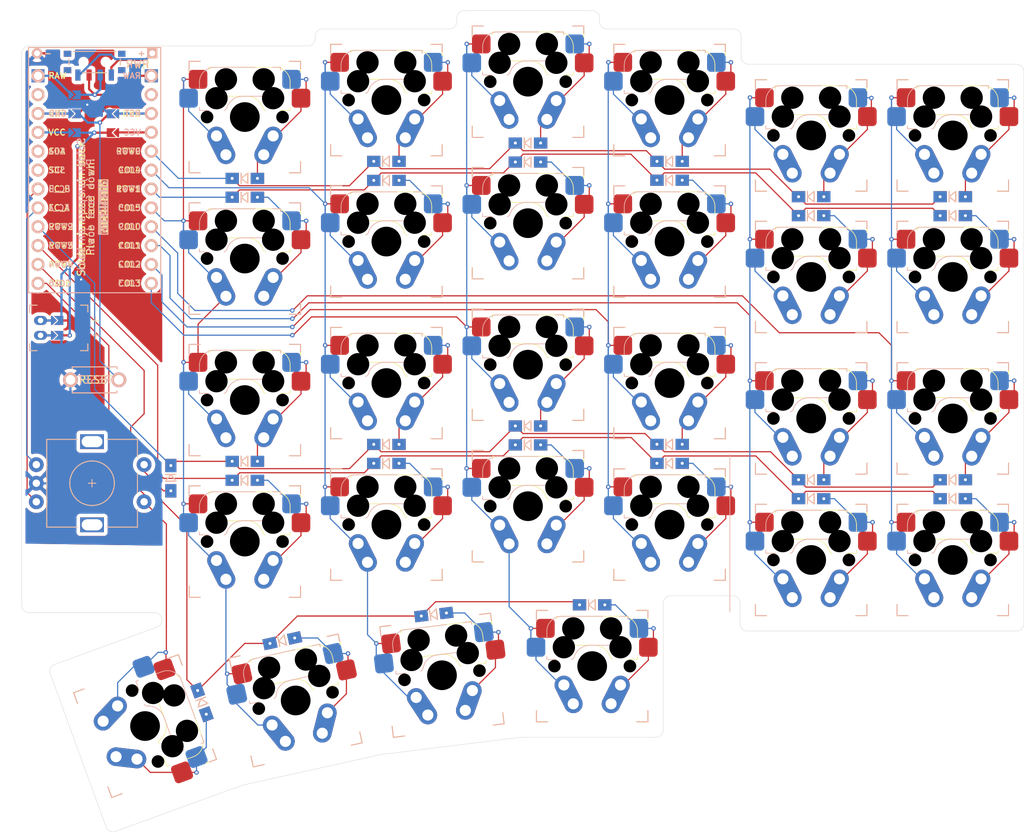
<source format=kicad_pcb>
(kicad_pcb (version 20240108) (generator "pcbnew") (generator_version "8.0")
  (layers (0 "F.Cu" signal) (31 "B.Cu" signal) (34 "B.Paste" user) (35 "F.Paste" user) (36 "B.SilkS" user "B.Silkscreen") (37 "F.SilkS" user "F.Silkscreen") (38 "B.Mask" user) (39 "F.Mask" user) (44 "Edge.Cuts" user))
  (net 0 "")
  (net 1 "COL0")
  (net 2 "COL1")
  (net 3 "COL2")
  (net 4 "COL3")
  (net 5 "COL4")
  (net 6 "COL5")
  (net 7 "ROW0")
  (net 8 "ROW1")
  (net 9 "ROW2")
  (net 10 "ROW3")
  (net 11 "ROW4")
  (net 12 "N$9")
  (net 13 "N$8")
  (net 14 "N$7")
  (net 15 "N$6")
  (net 16 "N$5")
  (net 17 "N$4")
  (net 18 "N$3")
  (net 19 "N$28")
  (net 20 "N$27")
  (net 21 "N$26")
  (net 22 "N$25")
  (net 23 "N$24")
  (net 24 "N$23")
  (net 25 "N$22")
  (net 26 "N$21")
  (net 27 "N$20")
  (net 28 "N$2")
  (net 29 "N$19")
  (net 30 "N$18")
  (net 31 "N$17")
  (net 32 "N$16")
  (net 33 "N$15")
  (net 34 "N$14")
  (net 35 "N$13")
  (net 36 "N$12")
  (net 37 "N$11")
  (net 38 "N$10")
  (net 39 "N$1")
  (net 40 "Net-(D98-A)")
  (net 41 "RST")
  (net 42 "GND")
  (net 43 "EC_A")
  (net 44 "EC_B")
  (net 46 "SCL")
  (net 47 "SDA")
  (net 48 "GND_VCC")
  (net 49 "GND_RST")
  (net 50 "P0_GND")
  (net 51 "P1_RAW")
  (net 52 "switch_from")
  (net 53 "RAW_P1")
  (net 54 "GND_P0")
  (net 55 "RST_GND")
  (net 56 "VCC_GND")
  (net 57 "RAW")
  (net 58 "VCC")
  (net 59 "COL6")
  (footprint "SofleKeyboard-footprint:Diode_SOD123" (layer "F.Cu") (at 137.123316 57.34)
    (property "Reference" "D11" (hide yes))
    (property "Value" "D" (hide yes))
  )
  (footprint "SofleKeyboard-footprint:Diode_SOD123" (layer "F.Cu") (at 175.223316 95.43)
    (property "Reference" "D21" (hide yes))
    (property "Value" "D" (hide yes))
  )
  (footprint "lib:Jumper" (layer "F.Cu") (at 95.252 48.37 90)
    (property "Reference" "J14" (hide yes))
    (property "Value" "Jumper")
  )
  (footprint "SofleKeyboard-footprint:Diode_SOD123" (layer "F.Cu") (at 175.223316 92.87)
    (property "Reference" "D15" (hide yes))
    (property "Value" "D" (hide yes))
  )
  (footprint "SofleKeyboard-footprint:Diode_SOD123" (layer "F.Cu") (at 175.223316 57.32)
    (property "Reference" "D9" (hide yes))
    (property "Value" "D" (hide yes))
  )
  (footprint "lib:Jumper" (layer "F.Cu") (at 100.251991 48.369997 -90)
    (property "Reference" "J12" (hide yes))
    (property "Value" "Jumper")
  )
  (footprint "SofleKeyboard-footprint:Diode_SOD123" (layer "F.Cu") (at 156.173316 90.4)
    (property "Reference" "D16" (hide yes))
    (property "Value" "D" (hide yes))
  )
  (footprint "SofleKeyboard-footprint:Diode_SOD123" (layer "F.Cu") (at 156.173316 52.31)
    (property "Reference" "D4" (hide yes))
    (property "Value" "D" (hide yes))
  )
  (footprint "SofleKeyboard-footprint:Diode_SOD123" (layer "F.Cu") (at 156.173316 92.95)
    (property "Reference" "D22" (hide yes))
    (property "Value" "D" (hide yes))
  )
  (footprint "lib:Jumper" (layer "F.Cu") (at 95.251994 50.92 90)
    (property "Reference" "J9" (hide yes))
    (property "Value" "Jumper")
  )
  (footprint "SofleKeyboard-footprint:Diode_SOD123" (layer "F.Cu") (at 213.323316 62.09)
    (property "Reference" "D7" (hide yes))
    (property "Value" "D" (hide yes))
  )
  (footprint "SofleKeyboard-footprint:Diode_SOD123" (layer "F.Cu") (at 108.12 97.43 -90)
    (property "Reference" "D98" (hide yes))
    (property "Value" "D" (hide yes))
  )
  (footprint "SofleKeyboard-footprint:Diode_SOD123" (layer "F.Cu") (at 213.323316 97.64)
    (property "Reference" "D13" (hide yes))
    (property "Value" "D" (hide yes))
  )
  (footprint "SofleKeyboard-footprint:Diode_SOD123" (layer "F.Cu") (at 156.173316 54.87)
    (property "Reference" "D10" (hide yes))
    (property "Value" "D" (hide yes))
  )
  (footprint "SofleKeyboard-footprint:Diode_SOD123" (layer "F.Cu") (at 194.273316 97.64)
    (property "Reference" "D14" (hide yes))
    (property "Value" "D" (hide yes))
  )
  (footprint "ergogen_fp:sw_power" (layer "F.Cu") (at 97.87 41.42 90)
    (property "Reference" "PWR")
    (property "Value" "SW_Nidec_CAS-120A1")
  )
  (footprint "SofleKeyboard-footprint:Diode_SOD123" (layer "F.Cu") (at 118.073316 59.61)
    (property "Reference" "D12" (hide yes))
    (property "Value" "D" (hide yes))
  )
  (footprint "SofleKeyboard-footprint:Diode_SOD123" (layer "F.Cu") (at 175.223316 54.78)
    (property "Reference" "D3" (hide yes))
    (property "Value" "D" (hide yes))
  )
  (footprint "lib:Jumper" (layer "F.Cu") (at 95.252006 45.820003 90)
    (property "Reference" "J7" (hide yes))
    (property "Value" "Jumper")
  )
  (footprint "SofleKeyboard-footprint:RotaryEncoder_Alps_EC11E-Switch_Vertical_H20mm-keebio_modified" (layer "F.Cu") (at 97.523316 98.11)
    (property "Reference" "SW98" (hide yes))
    (property "Value" "RotaryEncoder_Switch")
  )
  (footprint "lib:Jumper" (layer "F.Cu") (at 100.252 50.919998 -90)
    (property "Reference" "J13" (hide yes))
    (property "Value" "Jumper")
  )
  (footprint "lib:Jumper" (layer "F.Cu") (at 100.252 45.82 -90)
    (property "Reference" "J11" (hide yes))
    (property "Value" "Jumper")
  )
  (footprint "SofleKeyboard-footprint:Diode_SOD123" (layer "F.Cu") (at 137.123316 92.88)
    (property "Reference" "D17" (hide yes))
    (property "Value" "D" (hide yes))
  )
  (footprint "SofleKeyboard-footprint:Diode_SOD123" (layer "F.Cu") (at 137.123316 95.43)
    (property "Reference" "D23" (hide yes))
    (property "Value" "D" (hide yes))
  )
  (footprint "SofleKeyboard-footprint:Diode_SOD123" (layer "F.Cu") (at 194.273316 59.54)
    (property "Reference" "D2" (hide yes))
    (property "Value" "D" (hide yes))
  )
  (footprint "lib:Jumper" (layer "F.Cu") (at 100.251991 48.369997 -90)
    (property "Reference" "J10" (hide yes))
    (property "Value" "Jumper")
  )
  (footprint "SofleKeyboard-footprint:Diode_SOD123" (layer "F.Cu") (at 123.12 119.31 12.5)
    (property "Reference" "D27" (hide yes))
    (property "Value" "D" (hide yes))
  )
  (footprint "SofleKeyboard-footprint:Diode_SOD123" (layer "F.Cu") (at 112.31 127.61 -70)
    (property "Reference" "D28" (hide yes))
    (property "Value" "D" (hide yes))
  )
  (footprint "SofleKeyboard-footprint:Diode_SOD123" (layer "F.Cu") (at 118.073316 95.16)
    (property "Reference" "D18" (hide yes))
    (property "Value" "D" (hide yes))
  )
  (footprint "SofleKeyboard-footprint:Diode_SOD123" (layer "F.Cu") (at 213.323316 100.19)
    (property "Reference" "D19" (hide yes))
    (property "Value" "D" (hide yes))
  )
  (footprint "SofleKeyboard-footprint:Diode_SOD123" (layer "F.Cu") (at 194.273316 100.19)
    (property "Reference" "D20" (hide yes))
    (property "Value" "D" (hide yes))
  )
  (footprint "SofleKeyboard-footprint:Diode_SOD123" (layer "F.Cu") (at 118.073316 97.71)
    (property "Reference" "D24" (hide yes))
    (property "Value" "D" (hide yes))
  )
  (footprint "SofleKeyboard-footprint:Diode_SOD123" (layer "F.Cu") (at 137.123316 54.78)
    (property "Reference" "D5" (hide yes))
    (property "Value" "D" (hide yes))
  )
  (footprint "SofleKeyboard-footprint:Diode_SOD123" (layer "F.Cu") (at 164.808316 114.48)
    (property "Reference" "D25" (hide yes))
    (property "Value" "D" (hide yes))
  )
  (footprint "SofleKeyboard-footprint:Diode_SOD123" (layer "F.Cu") (at 143.51 115.78 7)
    (property "Reference" "D26" (hide yes))
    (property "Value" "D" (hide yes))
  )
  (footprint "SofleKeyboard-footprint:Diode_SOD123" (layer "F.Cu") (at 213.323316 59.54)
    (property "Reference" "D1" (hide yes))
    (property "Value" "D" (hide yes))
  )
  (footprint "lib:Jumper" (layer "F.Cu") (at 95.252 48.37 90)
    (property "Reference" "J8" (hide yes))
    (property "Value" "Jumper")
  )
  (footprint "SofleKeyboard-footprint:Diode_SOD123" (layer "F.Cu") (at 194.273316 62.09)
    (property "Reference" "D8" (hide yes))
    (property "Value" "D" (hide yes))
  )
  (footprint "SofleKeyboard-footprint:Diode_SOD123" (layer "F.Cu") (at 118.073316 57.07)
    (property "Reference" "D6" (hide yes))
    (property "Value" "D" (hide yes))
  )
  (footprint "hs:SW_MX_HotSwap_THT_double" (layer "B.Cu") (at 144.601013 123.96156 7)
    (property "Reference" "SW26" (hide yes))
    (property "Value" "SW_Push" (hide yes))
  )
  (footprint "hs:SW_MX_HotSwap_THT_double" (layer "B.Cu") (at 137.123316 84.62846)
    (property "Reference" "SW17" (hide yes))
    (property "Value" "SW_Push" (hide yes))
  )
  (footprint "hs:SW_MX_HotSwap_THT_double" (layer "B.Cu") (at 164.808316 122.72846)
    (property "Reference" "SW25" (hide yes))
    (property "Value" "SW_Push" (hide yes))
  )
  (footprint "hs:SW_MX_HotSwap_THT_double" (layer "B.Cu") (at 194.273316 70.34096)
    (property "Reference" "SW8" (hide yes))
    (property "Value" "SW_Push" (hide yes))
  )
  (footprint "hs:SW_MX_HotSwap_THT_double" (layer "B.Cu") (at 156.173316 101.20196)
    (property "Reference" "SW22" (hide yes))
    (property "Value" "SW_Push" (hide yes))
  )
  (footprint "hs:SW_MX_HotSwap_THT_double" (layer "B.Cu") (at 118.073316 67.86446)
    (property "Reference" "SW12" (hide yes))
    (property "Value" "SW_Push" (hide yes))
  )
  (footprint "hs:SW_MX_HotSwap_THT_double" (layer "B.Cu") (at 124.915924 127.35601 12.5)
    (property "Reference" "SW27" (hide yes))
    (property "Value" "SW_Push" (hide yes))
  )
  (footprint "hs:SW_MX_HotSwap_THT_double" (layer "B.Cu") (at 213.323316 108.44096)
    (property "Reference" "SW19" (hide yes))
    (property "Value" "SW_Push" (hide yes))
  )
  (footprint "hs:SW_MX_HotSwap_THT_double" (layer "B.Cu") (at 213.323316 51.29096)
    (property "Reference" "SW1" (hide yes))
    (property "Value" "SW_Push" (hide yes))
  )
  (footprint "hs:SW_MX_HotSwap_THT_double" (layer "B.Cu") (at 137.123316 46.52846)
    (property "Reference" "SW5" (hide yes))
    (property "Value" "SW_Push" (hide yes))
  )
  (footprint "hs:SW_MX_HotSwap_THT_double" (layer "B.Cu") (at 175.223316 103.67846)
    (property "Reference" "SW21" (hide yes))
    (property "Value" "SW_Push" (hide yes))
  )
  (footprint "hs:SW_MX_HotSwap_THT_double" (layer "B.Cu") (at 175.223316 46.52846)
    (property "Reference" "SW3" (hide yes))
    (property "Value" "SW_Push" (hide yes))
  )
  (footprint "hs:SW_MX_HotSwap_THT_double" (layer "B.Cu") (at 194.273316 108.44096)
    (property "Reference" "SW20" (hide yes))
    (property "Value" "SW_Push" (hide yes))
  )
  (footprint "hs:SW_MX_HotSwap_THT_double" (layer "B.Cu") (at 156.173316 63.10196)
    (property "Reference" "SW10" (hide yes))
    (property "Value" "SW_Push" (hide yes))
  )
  (footprint "hs:SW_MX_HotSwap_THT_double" (layer "B.Cu") (at 104.651646 130.798175 -70)
    (property "Reference" "SW28" (hide yes))
    (property "Value" "SW_Push" (hide yes))
  )
  (footprint "hs:SW_MX_HotSwap_THT_double" (layer "B.Cu") (at 137.123316 103.67846)
    (property "Reference" "SW23" (hide yes))
    (property "Value" "SW_Push" (hide yes))
  )
  (footprint "hs:SW_MX_HotSwap_THT_double" (layer "B.Cu") (at 175.223316 65.578459)
    (property "Reference" "SW9" (hide yes))
    (property "Value" "SW_Push" (hide yes))
  )
  (footprint "hs:SW_MX_HotSwap_THT_double" (layer "B.Cu") (at 156.173316 44.05196)
    (property "Reference" "SW4" (hide yes))
    (property "Value" "SW_Push" (hide yes))
  )
  (footprint "kbd:ResetSW" (layer "B.Cu") (at 97.87 84.19)
    (property "Reference" "SW99" (hide yes))
    (property "Value" "SW_Push")
  )
  (footprint "ergogen_fp:battery_connector_jst_ph_2" (layer "B.Cu") (at 90.59 77.2 -90)
    (property "Reference" "J1" (hide yes))
    (property "Value" "Conn_01x02_Socket")
  )
  (footprint "hs:SW_MX_HotSwap_THT_double" (layer "B.Cu") (at 213.323316 70.34096)
    (property "Reference" "SW7" (hide yes))
    (property "Value" "SW_Push" (hide yes))
  )
  (footprint "hs:SW_MX_HotSwap_THT_double" (layer "B.Cu") (at 194.273316 51.29096)
    (property "Reference" "SW2" (hide yes))
    (property "Value" "SW_Push" (hide yes))
  )
  (footprint "hs:SW_MX_HotSwap_THT_double" (layer "B.Cu") (at 137.123316 65.578459)
    (property "Reference" "SW11" (hide yes))
    (property "Value" "SW_Push" (hide yes))
  )
  (footprint "hs:SW_MX_HotSwap_THT_double" (layer "B.Cu") (at 194.273316 89.39096)
    (property "Reference" "SW14" (hide yes))
    (property "Value" "SW_Push" (hide yes))
  )
  (footprint "hs:SW_MX_HotSwap_THT_double" (layer "B.Cu") (at 175.223316 84.62846)
    (property "Reference" "SW15" (hide yes))
    (property "Value" "SW_Push" (hide yes))
  )
  (footprint "hs:SW_MX_HotSwap_THT_double" (layer "B.Cu") (at 156.173316 82.15196)
    (property "Reference" "SW16" (hide yes))
    (property "Value" "SW_Push" (hide yes))
  )
  (footprint "ProMicro" (layer "B.Cu") (at 97.87 57.23 -90)
    (property "Reference" "MCU1" (hide yes))
    (property "Value" "" (hide yes))
  )
  (footprint "hs:SW_MX_HotSwap_THT_double" (layer "B.Cu") (at 118.073316 48.81446)
    (property "Reference" "SW6" (hide yes))
    (property "Value" "SW_Push" (hide yes))
  )
  (footprint "hs:SW_MX_HotSwap_THT_double" (layer "B.Cu") (at 213.323316 89.39096)
    (property "Reference" "SW13" (hide yes))
    (property "Value" "SW_Push" (hide yes))
  )
  (footprint "lib:niceview_headers" (layer "B.Cu") (at 97.870003 40.229995 -90)
    (property "Reference" "")
    (property "Value" "")
  )
  (footprint "hs:SW_MX_HotSwap_THT_double" (layer "B.Cu") (at 118.073316 86.91446)
    (property "Reference" "SW18" (hide yes))
    (property "Value" "SW_Push" (hide yes))
  )
  (footprint "hs:SW_MX_HotSwap_THT_double" (layer "B.Cu") (at 118.073316 105.96446)
    (property "Reference" "SW24" (hide yes))
    (property "Value" "SW_Push" (hide yes))
  )
  (gr_line (start 183.33 115.44) (end 183.33 94.149991) (stroke (width 0.1)) (layer "B.SilkS"))
  (gr_line (start 105.94 115.53) (end 89.061663 115.53) (stroke (width 0.05)) (layer "Edge.Cuts"))
  (gr_line (start 174.381666 114.249982) (end 174.381666 131.3) (stroke (width 0.05)) (layer "Edge.Cuts"))
  (gr_arc (start 105.94 115.530751) (mid 106.919236 116.331015) (end 106.33 117.449999) (stroke (width 0.05)) (layer "Edge.Cuts"))
  (gr_arc (start 146.601666 35.479069) (mid 146.89457 34.771982) (end 147.601666 34.479069) (stroke (width 0.05)) (layer "Edge.Cuts"))
  (gr_arc (start 185.841644 41.710777) (mid 185.119999 41.403362) (end 184.841667 40.67) (stroke (width 0.05)) (layer "Edge.Cuts"))
  (gr_line (start 173.381666 132.3) (end 155.269776 132.3) (stroke (width 0.05)) (layer "Edge.Cuts"))
  (gr_line (start 184.701666 117.01) (end 184.701666 114.249982) (stroke (width 0.05)) (layer "Edge.Cuts"))
  (gr_arc (start 222.891666 117.01) (mid 222.598773 117.717107) (end 221.891666 118.01) (stroke (width 0.05)) (layer "Edge.Cuts"))
  (gr_arc (start 91.85 123.62) (mid 91.94881 122.971442) (end 92.425586 122.520804) (stroke (width 0.05)) (layer "Edge.Cuts"))
  (gr_line (start 183.841666 36.959539) (end 166.791562 36.959539) (stroke (width 0.05)) (layer "Edge.Cuts"))
  (gr_arc (start 146.601665 35.92) (mid 146.319618 36.646737) (end 145.601666 36.950449) (stroke (width 0.05)) (layer "Edge.Cuts"))
  (gr_line (start 117.72 138.77) (end 100.53 145.02) (stroke (width 0.05)) (layer "Edge.Cuts"))
  (gr_arc (start 166.791562 36.959539) (mid 166.084444 36.666647) (end 165.791562 35.959539) (stroke (width 0.05)) (layer "Edge.Cuts"))
  (gr_arc (start 174.381666 114.249982) (mid 174.674566 113.542887) (end 175.381666 113.249982) (stroke (width 0.05)) (layer "Edge.Cuts"))
  (gr_arc (start 185.701666 118.01) (mid 184.994559 117.717107) (end 184.701666 117.01) (stroke (width 0.05)) (layer "Edge.Cuts"))
  (gr_line (start 221.891666 118.01) (end 185.701666 118.01) (stroke (width 0.05)) (layer "Edge.Cuts"))
  (gr_line (start 222.891666 117.01) (end 222.891666 42.71) (stroke (width 0.05)) (layer "Edge.Cuts"))
  (gr_line (start 126.551666 39.24) (end 89.061633 39.24) (stroke (width 0.05)) (layer "Edge.Cuts"))
  (gr_line (start 88.061633 40.24) (end 88.061663 114.53) (stroke (width 0.05)) (layer "Edge.Cuts"))
  (gr_line (start 221.891666 41.71) (end 185.841644 41.71) (stroke (width 0.05)) (layer "Edge.Cuts"))
  (gr_arc (start 88.061633 40.24) (mid 88.354524 39.532882) (end 89.061633 39.24) (stroke (width 0.05)) (layer "Edge.Cuts"))
  (gr_arc (start 127.55158 37.95) (mid 127.844474 37.242898) (end 128.55158 36.95) (stroke (width 0.05)) (layer "Edge.Cuts"))
  (gr_line (start 92.43 122.520001) (end 106.33 117.449999) (stroke (width 0.05)) (layer "Edge.Cuts"))
  (gr_line (start 99.450001 144.5) (end 91.85 123.62) (stroke (width 0.05)) (layer "Edge.Cuts"))
  (gr_arc (start 89.061663 115.53) (mid 88.354558 115.237106) (end 88.061663 114.53) (stroke (width 0.05)) (layer "Edge.Cuts"))
  (gr_line (start 136.33 134.64) (end 117.72 138.77) (stroke (width 0.05)) (layer "Edge.Cuts"))
  (gr_arc (start 100.53 145.02) (mid 99.903652 144.938736) (end 99.448596 144.500742) (stroke (width 0.05)) (layer "Edge.Cuts"))
  (gr_line (start 165.791562 35.959539) (end 165.791562 35.479069) (stroke (width 0.05)) (layer "Edge.Cuts"))
  (gr_line (start 183.701666 113.249982) (end 175.381666 113.249982) (stroke (width 0.05)) (layer "Edge.Cuts"))
  (gr_line (start 145.601666 36.95) (end 128.55158 36.95) (stroke (width 0.05)) (layer "Edge.Cuts"))
  (gr_line (start 184.841666 40.67) (end 184.841666 37.959539) (stroke (width 0.05)) (layer "Edge.Cuts"))
  (gr_arc (start 164.791562 34.479069) (mid 165.498682 34.771959) (end 165.791562 35.479069) (stroke (width 0.05)) (layer "Edge.Cuts"))
  (gr_line (start 164.791562 34.479069) (end 147.601666 34.479069) (stroke (width 0.05)) (layer "Edge.Cuts"))
  (gr_line (start 127.55158 37.95) (end 127.55158 38.195135) (stroke (width 0.05)) (layer "Edge.Cuts"))
  (gr_arc (start 127.55158 38.195135) (mid 127.275112 38.931713) (end 126.551666 39.24092) (stroke (width 0.05)) (layer "Edge.Cuts"))
  (gr_line (start 146.601666 35.479069) (end 146.601666 35.911852) (stroke (width 0.05)) (layer "Edge.Cuts"))
  (gr_arc (start 183.701666 113.249982) (mid 184.408779 113.542874) (end 184.701666 114.249982) (stroke (width 0.05)) (layer "Edge.Cuts"))
  (gr_arc (start 221.891666 41.71) (mid 222.598773 42.002893) (end 222.891666 42.71) (stroke (width 0.05)) (layer "Edge.Cuts"))
  (gr_arc (start 174.381666 131.3) (mid 174.088773 132.007107) (end 173.381666 132.3) (stroke (width 0.05)) (layer "Edge.Cuts"))
  (gr_line (start 155.269776 132.3) (end 136.33 134.64) (stroke (width 0.05)) (layer "Edge.Cuts"))
  (gr_arc (start 183.841666 36.959539) (mid 184.548759 37.252435) (end 184.841666 37.959539) (stroke (width 0.05)) (layer "Edge.Cuts"))
  (gr_text "PWR" (at 103.63 41.7 -0) (layer "B.SilkS") (effects (font (size 1 1)) (justify mirror)))
  (segment (start 90.59 78.2) (end 92.39 78.2) (width 0.3) (layer "F.Cu") (net 0))
  (segment (start 90.59 76.2) (end 92.39 76.2) (width 0.3) (layer "F.Cu") (net 0))
  (segment (start 90.59 76.2) (end 92.39 76.2) (width 0.3) (layer "B.Cu") (net 0))
  (segment (start 90.59 78.2) (end 92.39 78.2) (width 0.3) (layer "B.Cu") (net 0))
  (segment (start 124.49 74.87) (end 124.47 74.85) (width 0.16) (layer "F.Cu") (net 1))
  (segment (start 126.49 72.88) (end 124.5 74.87) (width 0.16) (layer "F.Cu") (net 1))
  (segment (start 205.08 84.31) (end 205.08 79.54) (width 0.16) (layer "F.Cu") (net 1))
  (segment (start 124.5 74.87) (end 124.49 74.87) (width 0.16) (layer "F.Cu") (net 1))
  (segment (start 207.033316 103.36096) (end 205.08096 103.36096) (width 0.16) (layer "F.Cu") (net 1))
  (segment (start 205.08096 103.36096) (end 205.08 103.36) (width 0.16) (layer "F.Cu") (net 1))
  (segment (start 205.09096 46.21096) (end 205.08 46.2) (width 0.16) (layer "F.Cu") (net 1))
  (segment (start 189.98 77.85) (end 185.01 72.88) (width 0.16) (layer "F.Cu") (net 1))
  (segment (start 207.033316 46.21096) (end 205.09096 46.21096) (width 0.16) (layer "F.Cu") (net 1))
  (segment (start 203.39 77.85) (end 189.98 77.85) (width 0.16) (layer "F.Cu") (net 1))
  (segment (start 205.08096 84.31096) (end 205.08 84.31) (width 0.16) (layer "F.Cu") (net 1))
  (segment (start 205.08 79.54) (end 203.39 77.85) (width 0.16) (layer "F.Cu") (net 1))
  (segment (start 207.033316 84.31096) (end 205.08096 84.31096) (width 0.16) (layer "F.Cu") (net 1))
  (segment (start 205.08096 65.26096) (end 205.08 65.26) (width 0.16) (layer "F.Cu") (net 1))
  (segment (start 207.033316 65.26096) (end 205.08096 65.26096) (width 0.16) (layer "F.Cu") (net 1))
  (segment (start 185.01 72.88) (end 126.49 72.88) (width 0.16) (layer "F.Cu") (net 1))
  (via (at 124.47 74.85) (size 0.6) (drill 0.3) (layers "F.Cu" "B.Cu") (net 1))
  (via (at 205.08 65.26) (size 0.6) (drill 0.3) (layers "F.Cu" "B.Cu") (net 1))
  (via (at 205.08 46.2) (size 0.6) (drill 0.3) (layers "F.Cu" "B.Cu") (net 1))
  (via (at 205.08 84.31) (size 0.6) (drill 0.3) (layers "F.Cu" "B.Cu") (net 1))
  (via (at 205.08 103.36) (size 0.6) (drill 0.3) (layers "F.Cu" "B.Cu") (net 1))
  (segment (start 109.04 72.54) (end 109.04 67.13) (width 0.16) (layer "B.Cu") (net 1))
  (segment (start 205.763316 105.90096) (end 205.763316 107.629732) (width 0.16) (layer "B.Cu") (net 1))
  (segment (start 205.08 103.36) (end 205.09 103.37) (width 0.16) (layer "B.Cu") (net 1))
  (segment (start 205.08 86.167644) (end 205.763316 86.85096) (width 0.16) (layer "B.Cu") (net 1))
  (segment (start 205.08 65.26) (end 205.08 46.2) (width 0.16) (layer "B.Cu") (net 1))
  (segment (start 111.35 74.85) (end 109.04 72.54) (width 0.16) (layer "B.Cu") (net 1))
  (segment (start 205.763316 107.629732) (end 209.114544 110.98096) (width 0.16) (layer "B.Cu") (net 1))
  (segment (start 205.763316 69.529732) (end 209.114544 72.88096) (width 0.16) (layer "B.Cu") (net 1))
  (segment (start 205.08 48.067644) (end 205.08 46.2) (width 0.16) (layer "B.Cu") (net 1))
  (segment (start 205.08 67.117644) (end 205.763316 67.80096) (width 0.16) (layer "B.Cu") (net 1))
  (segment (start 209.114544 110.98096) (end 209.513316 110.98096) (width 0.16) (layer "B.Cu") (net 1))
  (segment (start 205.08 84.31) (end 205.08 86.167644) (width 0.16) (layer "B.Cu") (net 1))
  (segment (start 205.09 105.227644) (end 205.763316 105.90096) (width 0.16) (layer "B.Cu") (net 1))
  (segment (start 209.114544 72.88096) (end 209.513316 72.88096) (width 0.16) (layer "B.Cu") (net 1))
  (segment (start 205.19 48.177644) (end 205.763316 48.75096) (width 0.16) (layer "B.Cu") (net 1))
  (segment (start 205.763316 48.75096) (end 205.763316 50.479732) (width 0.16) (layer "B.Cu") (net 1))
  (segment (start 205.763316 88.579732) (end 209.114544 91.93096) (width 0.16) (layer "B.Cu") (net 1))
  (segment (start 205.08 84.31) (end 205.08 65.26) (width 0.16) (layer "B.Cu") (net 1))
  (segment (start 209.114544 91.93096) (end 209.513316 91.93096) (width 0.16) (layer "B.Cu") (net 1))
  (segment (start 205.08 103.36) (end 205.08 84.31) (width 0.16) (layer "B.Cu") (net 1))
  (segment (start 109.04 67.13) (end 105.49 63.58) (width 0.16) (layer "B.Cu") (net 1))
  (segment (start 205.763316 86.85096) (end 205.763316 88.579732) (width 0.16) (layer "B.Cu") (net 1))
  (segment (start 205.09 103.37) (end 205.09 105.227644) (width 0.16) (layer "B.Cu") (net 1))
  (segment (start 205.763316 67.80096) (end 205.763316 69.529732) (width 0.16) (layer "B.Cu") (net 1))
  (segment (start 205.08 65.26) (end 205.08 67.117644) (width 0.16) (layer "B.Cu") (net 1))
  (segment (start 205.763316 48.75096) (end 205.08 48.067644) (width 0.16) (layer "B.Cu") (net 1))
  (segment (start 205.763316 50.479732) (end 209.114544 53.83096) (width 0.16) (layer "B.Cu") (net 1))
  (segment (start 209.114544 53.83096) (end 209.513316 53.83096) (width 0.16) (layer "B.Cu") (net 1))
  (segment (start 124.47 74.85) (end 111.35 74.85) (width 0.16) (layer "B.Cu") (net 1))
  (segment (start 186.03 84.31) (end 186.03 75.53) (width 0.16) (layer "F.Cu") (net 2))
  (segment (start 186.03 75.53) (end 184.32 73.82) (width 0.16) (layer "F.Cu") (net 2))
  (segment (start 186.06096 46.21096) (end 186.04 46.19) (width 0.16) (layer "F.Cu") (net 2))
  (segment (start 187.983316 84.31096) (end 186.03096 84.31096) (width 0.16) (layer "F.Cu") (net 2))
  (segment (start 187.983316 46.21096) (end 186.06096 46.21096) (width 0.16) (layer "F.Cu") (net 2))
  (segment (start 124.6 75.91) (end 124.57 75.91) (width 0.16) (layer "F.Cu") (net 2))
  (segment (start 187.983316 103.36096) (end 186.02096 103.36096) (width 0.16) (layer "F.Cu") (net 2))
  (segment (start 186.03096 84.31096) (end 186.03 84.31) (width 0.16) (layer "F.Cu") (net 2))
  (segment (start 126.69 73.82) (end 124.6 75.91) (width 0.16) (layer "F.Cu") (net 2))
  (segment (start 187.983316 65.26096) (end 186.03096 65.26096) (width 0.16) (layer "F.Cu") (net 2))
  (segment (start 184.32 73.82) (end 126.69 73.82) (width 0.16) (layer "F.Cu") (net 2))
  (segment (start 186.03096 65.26096) (end 186.03 65.26) (width 0.16) (layer "F.Cu") (net 2))
  (segment (start 186.02096 103.36096) (end 186.02 103.36) (width 0.16) (layer "F.Cu") (net 2))
  (via (at 186.04 46.19) (size 0.6) (drill 0.3) (layers "F.Cu" "B.Cu") (net 2))
  (via (at 186.02 103.36) (size 0.6) (drill 0.3) (layers "F.Cu" "B.Cu") (net 2))
  (via (at 124.47 75.96) (size 0.6) (drill 0.3) (layers "F.Cu" "B.Cu") (net 2))
  (via (at 186.03 65.26) (size 0.6) (drill 0.3) (layers "F.Cu" "B.Cu") (net 2))
  (via (at 186.03 84.31) (size 0.6) (drill 0.3) (layers "F.Cu" "B.Cu") (net 2))
  (segment (start 186.02 67.107644) (end 186.713316 67.80096) (width 0.16) (layer "B.Cu") (net 2))
  (segment (start 106.67 66.12) (end 105.49 66.12) (width 0.16) (layer "B.Cu") (net 2))
  (segment (start 108.01 73.19) (end 108.01 67.46) (width 0.16) (layer "B.Cu") (net 2))
  (segment (start 186.03 84.31) (end 186.03 86.167644) (width 0.16) (layer "B.Cu") (net 2))
  (segment (start 124.47 75.96) (end 110.78 75.96) (width 0.16) (layer "B.Cu") (net 2))
  (segment (start 186.02 103.36) (end 186.02 105.207644) (width 0.16) (layer "B.Cu") (net 2))
  (segment (start 186.713316 86.85096) (end 186.713316 88.579732) (width 0.16) (layer "B.Cu") (net 2))
  (segment (start 186.04 48.077644) (end 186.713316 48.75096) (width 0.16) (layer "B.Cu") (net 2))
  (segment (start 190.064544 110.98096) (end 190.463316 110.98096) (width 0.16) (layer "B.Cu") (net 2))
  (segment (start 186.713316 88.579732) (end 190.064544 91.93096) (width 0.16) (layer "B.Cu") (net 2))
  (segment (start 110.78 75.96) (end 108.01 73.19) (width 0.16) (layer "B.Cu") (net 2))
  (segment (start 186.02 103.36) (end 186.02 84.32) (width 0.16) (layer "B.Cu") (net 2))
  (segment (start 186.03 46.2) (end 186.04 46.19) (width 0.16) (layer "B.Cu") (net 2))
  (segment (start 186.04 46.19) (end 186.04 48.077644) (width 0.16) (layer "B.Cu") (net 2))
  (segment (start 186.02 84.32) (end 186.03 84.31) (width 0.16) (layer "B.Cu") (net 2))
  (segment (start 186.713316 107.629732) (end 190.064544 110.98096) (width 0.16) (layer "B.Cu") (net 2))
  (segment (start 190.064544 53.83096) (end 190.463316 53.83096) (width 0.16) (layer "B.Cu") (net 2))
  (segment (start 186.03 84.31) (end 186.03 65.26) (width 0.16) (layer "B.Cu") (net 2))
  (segment (start 108.01 67.46) (end 106.67 66.12) (width 0.16) (layer "B.Cu") (net 2))
  (segment (start 186.713316 50.479732) (end 190.064544 53.83096) (width 0.16) (layer "B.Cu") (net 2))
  (segment (start 186.02 65.27) (end 186.02 67.107644) (width 0.16) (layer "B.Cu") (net 2))
  (segment (start 186.713316 105.90096) (end 186.713316 107.629732) (width 0.16) (layer "B.Cu") (net 2))
  (segment (start 186.02 105.207644) (end 186.713316 105.90096) (width 0.16) (layer "B.Cu") (net 2))
  (segment (start 186.03 65.26) (end 186.03 46.2) (width 0.16) (layer "B.Cu") (net 2))
  (segment (start 186.03 65.26) (end 186.02 65.27) (width 0.16) (layer "B.Cu") (net 2))
  (segment (start 186.713316 67.80096) (end 186.713316 69.529732) (width 0.16) (layer "B.Cu") (net 2))
  (segment (start 186.713316 48.75096) (end 186.713316 50.479732) (width 0.16) (layer "B.Cu") (net 2))
  (segment (start 190.064544 72.88096) (end 190.463316 72.88096) (width 0.16) (layer "B.Cu") (net 2))
  (segment (start 186.713316 69.529732) (end 190.064544 72.88096) (width 0.16) (layer "B.Cu") (net 2))
  (segment (start 186.03 86.167644) (end 186.713316 86.85096) (width 0.16) (layer "B.Cu") (net 2))
  (segment (start 190.064544 91.93096) (end 190.463316 91.93096) (width 0.16) (layer "B.Cu") (net 2))
  (segment (start 168.933316 98.59846) (end 166.97154 98.59846) (width 0.16) (layer "F.Cu") (net 3))
  (segment (start 168.933316 41.44846) (end 166.99846 41.44846) (width 0.16) (layer "F.Cu") (net 3))
  (segment (start 166.98 79.54) (end 166.98 76.39) (width 0.16) (layer "F.Cu") (net 3))
  (segment (start 166.97154 98.59846) (end 166.97 98.6) (width 0.16) (layer "F.Cu") (net 3))
  (segment (start 165.33 74.74) (end 126.85 74.74) (width 0.16) (layer "F.Cu") (net 3))
  (segment (start 168.933316 79.54846) (end 166.98846 79.54846) (width 0.16) (layer "F.Cu") (net 3))
  (segment (start 168.933316 60.498459) (end 166.978459 60.498459) (width 0.16) (layer "F.Cu") (net 3))
  (segment (start 166.978459 60.498459) (end 166.97 60.49) (width 0.16) (layer "F.Cu") (net 3))
  (segment (start 166.98 76.39) (end 165.33 74.74) (width 0.16) (layer "F.Cu") (net 3))
  (segment (start 166.98846 79.54846) (end 166.98 79.54) (width 0.16) (layer "F.Cu") (net 3))
  (segment (start 126.85 74.74) (end 124.48 77.11) (width 0.16) (layer "F.Cu") (net 3))
  (segment (start 166.99846 41.44846) (end 166.99 41.44) (width 0.16) (layer "F.Cu") (net 3))
  (via (at 166.97 60.49) (size 0.6) (drill 0.3) (layers "F.Cu" "B.Cu") (net 3))
  (via (at 124.47 77.07) (size 0.6) (drill 0.3) (layers "F.Cu" "B.Cu") (net 3))
  (via (at 166.97 98.6) (size 0.6) (drill 0.3) (layers "F.Cu" "B.Cu") (net 3))
  (via (at 166.99 41.44) (size 0.6) (drill 0.3) (layers "F.Cu" "B.Cu") (net 3))
  (via (at 166.98 79.54) (size 0.6) (drill 0.3) (layers "F.Cu" "B.Cu") (net 3))
  (segment (start 166.97 60.49) (end 166.97 41.46) (width 0.16) (layer "B.Cu") (net 3))
  (segment (start 166.97 79.55) (end 166.97 81.395144) (width 0.16) (layer "B.Cu") (net 3))
  (segment (start 167.663316 102.867232) (end 171.014544 106.21846) (width 0.16) (layer "B.Cu") (net 3))
  (segment (start 106.93 70.1) (end 105.49 68.66) (width 0.16) (layer "B.Cu") (net 3))
  (segment (start 166.97 81.395144) (end 167.663316 82.08846) (width 0.16) (layer "B.Cu") (net 3))
  (segment (start 167.663316 101.13846) (end 167.663316 102.867232) (width 0.16) (layer "B.Cu") (net 3))
  (segment (start 171.014544 68.118459) (end 171.413316 68.118459) (width 0.16) (layer "B.Cu") (net 3))
  (segment (start 167 41.45) (end 167 43.325144) (width 0.16) (layer "B.Cu") (net 3))
  (segment (start 166.98 79.54) (end 166.98 60.5) (width 0.16) (layer "B.Cu") (net 3))
  (segment (start 166.97 98.6) (end 166.98 98.61) (width 0.16) (layer "B.Cu") (net 3))
  (segment (start 171.014544 87.16846) (end 171.413316 87.16846) (width 0.16) (layer "B.Cu") (net 3))
  (segment (start 166.99 41.44) (end 167 41.45) (width 0.16) (layer "B.Cu") (net 3))
  (segment (start 167.663316 63.038459) (end 167.663316 64.767231) (width 0.16) (layer "B.Cu") (net 3))
  (segment (start 166.98 98.61) (end 166.98 100.455144) (width 0.16) (layer "B.Cu") (net 3))
  (segment (start 167.663316 43.98846) (end 167.663316 45.717232) (width 0.16) (layer "B.Cu") (net 3))
  (segment (start 166.98 60.5) (end 166.97 60.49) (width 0.16) (layer "B.Cu") (net 3))
  (segment (start 166.97 62.345143) (end 167.663316 63.038459) (width 0.16) (layer "B.Cu") (net 3))
  (segment (start 171.014544 49.06846) (end 171.413316 49.06846) (width 0.16) (layer "B.Cu") (net 3))
  (segment (start 167.663316 82.08846) (end 167.663316 83.817232) (width 0.16) (layer "B.Cu") (net 3))
  (segment (start 167.663316 45.717232) (end 171.014544 49.06846) (width 0.16) (layer "B.Cu") (net 3))
  (segment (start 167 43.325144) (end 167.663316 43.98846) (width 0.16) (layer "B.Cu") (net 3))
  (segment (start 166.97 79.55) (end 166.98 79.54) (width 0.16) (layer "B.Cu") (net 3))
  (segment (start 124.47 77.07) (end 110.29 77.07) (width 0.16) (layer "B.Cu") (net 3))
  (segment (start 110.29 77.07) (end 106.93 73.71) (width 0.16) (layer "B.Cu") (net 3))
  (segment (start 171.014544 106.21846) (end 171.413316 106.21846) (width 0.16) (layer "B.Cu") (net 3))
  (segment (start 166.97 41.46) (end 166.99 41.44) (width 0.16) (layer "B.Cu") (net 3))
  (segment (start 167.663316 64.767231) (end 171.014544 68.118459) (width 0.16) (layer "B.Cu") (net 3))
  (segment (start 106.93 73.71) (end 106.93 70.1) (width 0.16) (layer "B.Cu") (net 3))
  (segment (start 167.663316 83.817232) (end 171.014544 87.16846) (width 0.16) (layer "B.Cu") (net 3))
  (segment (start 166.97 60.49) (end 166.97 62.345143) (width 0.16) (layer "B.Cu") (net 3))
  (segment (start 166.97 98.6) (end 166.97 79.55) (width 0.16) (layer "B.Cu") (net 3))
  (segment (start 166.98 100.455144) (end 167.663316 101.13846) (width 0.16) (layer "B.Cu") (net 3))
  (segment (start 156.56154 117.64846) (end 156.56 117.65) (width 0.16) (layer "F.Cu") (net 4))
  (segment (start 147.93196 38.97196) (end 147.93 38.97) (width 0.16) (layer "F.Cu") (net 4))
  (segment (start 124.58 78.18) (end 124.47 78.18) (width 0.16) (layer "F.Cu") (net 4))
  (segment (start 149.883316 96.12196) (end 147.93196 96.12196) (width 0.16) (layer "F.Cu") (net 4))
  (segment (start 149.883316 38.97196) (end 147.93196 38.97196) (width 0.16) (layer "F.Cu") (net 4))
  (segment (start 127.04 75.72) (end 124.58 78.18) (width 0.16) (layer "F.Cu") (net 4))
  (segment (start 147.92196 58.02196) (end 147.92 58.02) (width 0.16) (layer "F.Cu") (net 4))
  (segment (start 124.64 78.12) (end 124.64 78.18) (width 0.16) (layer "F.Cu") (net 4))
  (segment (start 147.93 77.07) (end 146.58 75.72) (width 0.16) (layer "F.Cu") (net 4))
  (segment (start 147.93196 96.12196) (end 147.92 96.11) (width 0.16) (layer "F.Cu") (net 4))
  (segment (start 149.883316 77.07196) (end 147.93196 77.07196) (width 0.16) (layer "F.Cu") (net 4))
  (segment (start 149.883316 58.02196) (end 147.92196 58.02196) (width 0.16) (layer "F.Cu") (net 4))
  (segment (start 158.518316 117.64846) (end 156.56154 117.64846) (width 0.16) (layer "F.Cu") (net 4))
  (segment (start 146.58 75.72) (end 127.04 75.72) (width 0.16) (layer "F.Cu") (net 4))
  (segment (start 147.93196 77.07196) (end 147.93 77.07) (width 0.16) (layer "F.Cu") (net 4))
  (via (at 147.93 77.07) (size 0.6) (drill 0.3) (layers "F.Cu" "B.Cu") (net 4))
  (via (at 124.47 78.18) (size 0.6) (drill 0.3) (layers "F.Cu" "B.Cu") (net 4))
  (via (at 156.56 117.65) (size 0.6) (drill 0.3) (layers "F.Cu" "B.Cu") (net 4))
  (via (at 147.92 58.02) (size 0.6) (drill 0.3) (layers "F.Cu" "B.Cu") (net 4))
  (via (at 147.93 38.97) (size 0.6) (drill 0.3) (layers "F.Cu" "B.Cu") (net 4))
  (via (at 147.92 96.11) (size 0.6) (drill 0.3) (layers "F.Cu" "B.Cu") (net 4))
  (segment (start 147.93 77.07) (end 147.93 58.03) (width 0.16) (layer "B.Cu") (net 4))
  (segment (start 148.613316 79.61196) (end 148.613316 81.340732) (width 0.16) (layer "B.Cu") (net 4))
  (segment (start 151.964544 65.64196) (end 152.363316 65.64196) (width 0.16) (layer "B.Cu") (net 4))
  (segment (start 147.92 58.02) (end 147.92 38.98) (width 0.16) (layer "B.Cu") (net 4))
  (segment (start 148.613316 60.56196) (end 148.613316 62.290732) (width 0.16) (layer "B.Cu") (net 4))
  (segment (start 147.92 97.968644) (end 148.613316 98.66196) (width 0.16) (layer "B.Cu") (net 4))
  (segment (start 148.613316 98.66196) (end 148.613316 100.390732) (width 0.16) (layer "B.Cu") (net 4))
  (segment (start 148.613316 41.51196) (end 148.613316 43.240732) (width 0.16) (layer "B.Cu") (net 4))
  (segment (start 147.92 38.98) (end 147.93 38.97) (width 0.16) (layer "B.Cu") (net 4))
  (segment (start 147.93 58.03) (end 147.92 58.02) (width 0.16) (layer "B.Cu") (net 4))
  (segment (start 156.56 117.65) (end 156.56 119.500144) (width 0.16) (layer "B.Cu") (net 4))
  (segment (start 156.56 119.500144) (end 157.248316 120.18846) (width 0.16) (layer "B.Cu") (net 4))
  (segment (start 151.964544 46.59196) (end 152.363316 46.59196) (width 0.16) (layer "B.Cu") (net 4))
  (segment (start 156.56 117.65) (end 153.633316 114.723316) (width 0.16) (layer "B.Cu") (net 4))
  (segment (start 124.47 78.18) (end 109.87 78.18) (width 0.16) (layer "B.Cu") (net 4))
  (segment (start 151.964544 103.74196) (end 152.363316 103.74196) (width 0.16) (layer "B.Cu") (net 4))
  (segment (start 148.613316 43.240732) (end 151.964544 46.59196) (width 0.16) (layer "B.Cu") (net 4))
  (segment (start 147.92 58.02) (end 147.92 59.868644) (width 0.16) (layer "B.Cu") (net 4))
  (segment (start 147.92 96.11) (end 147.92 77.08) (width 0.16) (layer "B.Cu") (net 4))
  (segment (start 147.91 78.908644) (end 148.613316 79.61196) (width 0.16) (layer "B.Cu") (net 4))
  (segment (start 147.92 77.08) (end 147.93 77.07) (width 0.16) (layer "B.Cu") (net 4))
  (segment (start 148.613316 62.290732) (end 151.964544 65.64196) (width 0.16) (layer "B.Cu") (net 4))
  (segment (start 157.248316 121.917232) (end 160.599544 125.26846) (width 0.16) (layer "B.Cu") (net 4))
  (segment (start 148.613316 100.390732) (end 151.964544 103.74196) (width 0.16) (layer "B.Cu") (net 4))
  (segment (start 153.633316 114.723316) (end 153.633316 106.28196) (width 0.16) (layer "B.Cu") (net 4))
  (segment (start 147.92 59.868644) (end 148.613316 60.56196) (width 0.16) (layer "B.Cu") (net 4))
  (segment (start 148.613316 81.340732) (end 151.964544 84.69196) (width 0.16) (layer "B.Cu") (net 4))
  (segment (start 147.91 77.09) (end 147.91 78.908644) (width 0.16) (layer "B.Cu") (net 4))
  (segment (start 147.93 77.07) (end 147.91 77.09) (width 0.16) (layer "B.Cu") (net 4))
  (segment (start 160.599544 125.26846) (end 160.998316 125.26846) (width 0.16) (layer "B.Cu") (net 4))
  (segment (start 105.49 73.8) (end 105.49 71.2) (width 0.16) (layer "B.Cu") (net 4))
  (segment (start 157.248316 120.18846) (end 157.248316 121.917232) (width 0.16) (layer "B.Cu") (net 4))
  (segment (start 109.87 78.18) (end 105.49 73.8) (width 0.16) (layer "B.Cu") (net 4))
  (segment (start 147.92 96.11) (end 147.92 97.968644) (width 0.16) (layer "B.Cu") (net 4))
  (segment (start 151.964544 84.69196) (end 152.363316 84.69196) (width 0.16) (layer "B.Cu") (net 4))
  (segment (start 147.93 38.97) (end 147.93 40.828644) (width 0.16) (layer "B.Cu") (net 4))
  (segment (start 147.93 40.828644) (end 148.613316 41.51196) (width 0.16) (layer "B.Cu") (net 4))
  (segment (start 128.888459 60.498459) (end 128.88 60.49) (width 0.16) (layer "F.Cu") (net 5))
  (segment (start 128.87154 98.59846) (end 128.87 98.6) (width 0.16) (layer "F.Cu") (net 5))
  (segment (start 130.833316 98.59846) (end 128.87154 98.59846) (width 0.16) (layer "F.Cu") (net 5))
  (segment (start 130.833316 79.54846) (end 128.88846 79.54846) (width 0.16) (layer "F.Cu") (net 5))
  (segment (start 135.775984 119.685984) (end 135.77 119.68) (width 0.16) (layer "F.Cu") (net 5))
  (segment (start 137.738801 119.685984) (end 135.775984 119.685984) (width 0.16) (layer "F.Cu") (net 5))
  (segment (start 128.88846 79.54846) (end 128.88 79.54) (width 0.16) (layer "F.Cu") (net 5))
  (segment (start 130.833316 60.498459) (end 128.888459 60.498459) (width 0.16) (layer "F.Cu") (net 5))
  (segment (start 130.833316 41.44846) (end 128.87846 41.44846) (width 0.16) (layer "F.Cu") (net 5))
  (segment (start 128.87846 41.44846) (end 128.87 41.44) (width 0.16) (layer "F.Cu") (net 5))
  (via (at 135.77 119.68) (size 0.6) (drill 0.3) (layers "F.Cu" "B.Cu") (net 5))
  (via (at 128.87 98.6) (size 0.6) (drill 0.3) (layers "F.Cu" "B.Cu") (net 5))
  (via (at 128.88 79.54) (size 0.6) (drill 0.3) (layers "F.Cu" "B.Cu") (net 5))
  (via (at 128.87 41.44) (size 0.6) (drill 0.3) (layers "F.Cu" "B.Cu") (net 5))
  (via (at 128.88 60.49) (size 0.6) (drill 0.3) (layers "F.Cu" "B.Cu") (net 5))
  (segment (start 128.88 41.45) (end 128.87 41.44) (width 0.16) (layer "B.Cu") (net 5))
  (segment (start 134.583316 118.493316) (end 134.583316 108.75846) (width 0.16) (layer "B.Cu") (net 5))
  (segment (start 128.88 81.405144) (end 129.563316 82.08846) (width 0.16) (layer "B.Cu") (net 5))
  (segment (start 135.77 119.68) (end 135.76 119.69) (width 0.16) (layer "B.Cu") (net 5))
  (segment (start 129.563316 102.867232) (end 132.914544 106.21846) (width 0.16) (layer "B.Cu") (net 5))
  (segment (start 132.914544 68.118459) (end 133.313316 68.118459) (width 0.16) (layer "B.Cu") (net 5))
  (segment (start 132.914544 49.06846) (end 133.313316 49.06846) (width 0.16) (layer "B.Cu") (net 5))
  (segment (start 128.87 98.6) (end 128.87 79.55) (width 0.16) (layer "B.Cu") (net 5))
  (segment (start 107.86 58.33) (end 105.49 55.96) (width 0.16) (layer "B.Cu") (net 5))
  (segment (start 135.77 119.68) (end 134.583316 118.493316) (width 0.16) (layer "B.Cu") (net 5))
  (segment (start 128.88 60.49) (end 128.88 62.355143) (width 0.16) (layer "B.Cu") (net 5))
  (segment (start 129.563316 82.08846) (end 129.563316 83.817232) (width 0.16) (layer "B.Cu") (net 5))
  (segment (start 128.88 60.49) (end 128.88 41.45) (width 0.16) (layer "B.Cu") (net 5))
  (segment (start 129.563316 63.038459) (end 129.563316 64.767231) (width 0.16) (layer "B.Cu") (net 5))
  (segment (start 129.563316 64.767231) (end 132.914544 68.118459) (width 0.16) (layer "B.Cu") (net 5))
  (segment (start 128.88 100.455144) (end 129.563316 101.13846) (width 0.16) (layer "B.Cu") (net 5))
  (segment (start 136.787816 122.361825) (end 136.787816 123.6464) (width 0.16) (layer "B.Cu") (net 5))
  (segment (start 129.563316 101.13846) (end 129.563316 102.867232) (width 0.16) (layer "B.Cu") (net 5))
  (segment (start 128.88 79.54) (end 128.88 81.405144) (width 0.16) (layer "B.Cu") (net 5))
  (segment (start 128.88 98.61) (end 128.88 100.455144) (width 0.16) (layer "B.Cu") (net 5))
  (segment (start 128.88 41.45) (end 128.88 43.305144) (width 0.16) (layer "B.Cu") (net 5))
  (segment (start 129.563316 83.817232) (end 132.914544 87.16846) (width 0.16) (layer "B.Cu") (net 5))
  (segment (start 136.787816 123.6464) (end 140.088365 126.946949) (width 0.16) (layer "B.Cu") (net 5))
  (segment (start 128.87 98.6) (end 128.88 98.61) (width 0.16) (layer "B.Cu") (net 5))
  (segment (start 128.87 79.55) (end 128.88 79.54) (width 0.16) (layer "B.Cu") (net 5))
  (segment (start 135.76 121.334009) (end 136.787816 122.361825) (width 0.16) (layer "B.Cu") (net 5))
  (segment (start 140.088365 126.946949) (end 141.12896 126.946949) (width 0.16) (layer "B.Cu") (net 5))
  (segment (start 129.563316 43.98846) (end 129.563316 45.717232) (width 0.16) (layer "B.Cu") (net 5))
  (segment (start 128.88 79.54) (end 128.88 60.49) (width 0.16) (layer "B.Cu") (net 5))
  (segment (start 128.88 62.355143) (end 129.563316 63.038459) (width 0.16) (layer "B.Cu") (net 5))
  (segment (start 126.72 58.33) (end 107.86 58.33) (width 0.16) (layer "B.Cu") (net 5))
  (segment (start 132.914544 106.21846) (end 133.313316 106.21846) (width 0.16) (layer "B.Cu") (net 5))
  (segment (start 132.914544 87.16846) (end 133.313316 87.16846) (width 0.16) (layer "B.Cu") (net 5))
  (segment (start 128.88 60.49) (end 126.72 58.33) (width 0.16) (layer "B.Cu") (net 5))
  (segment (start 128.88 43.305144) (end 129.563316 43.98846) (width 0.16) (layer "B.Cu") (net 5))
  (segment (start 135.76 119.69) (end 135.76 121.334009) (width 0.16) (layer "B.Cu") (net 5))
  (segment (start 129.563316 45.717232) (end 132.914544 49.06846) (width 0.16) (layer "B.Cu") (net 5))
  (segment (start 111.783316 62.78446) (end 109.82446 62.78446) (width 0.16) (layer "F.Cu") (net 6))
  (segment (start 111.783316 76.69446) (end 115.533316 72.94446) (width 0.16) (layer "F.Cu") (net 6))
  (segment (start 111.783316 43.73446) (end 109.85446 43.73446) (width 0.16) (layer "F.Cu") (net 6))
  (segment (start 109.82446 62.78446) (end 109.82 62.78) (width 0.16) (layer "F.Cu") (net 6))
  (segment (start 109.85446 43.73446) (end 109.85 43.73) (width 0.16) (layer "F.Cu") (net 6))
  (segment (start 111.783316 81.83446) (end 109.83446 81.83446) (width 0.16) (layer "F.Cu") (net 6))
  (segment (start 114.98554 91.99446) (end 115.533316 91.99446) (width 0.16) (layer "F.Cu") (net 6))
  (segment (start 109.83446 81.83446) (end 109.83 81.83) (width 0.16) (layer "F.Cu") (net 6))
  (segment (start 115.692169 123.757831) (end 115.69 123.76) (width 0.16) (layer "F.Cu") (net 6))
  (segment (start 111.783316 81.83446) (end 111.783316 76.69446) (width 0.16) (layer "F.Cu") (net 6))
  (segment (start 111.783316 100.88446) (end 112.35 100.317776) (width 0.16) (layer "F.Cu") (net 6))
  (segment (start 109.83 81.83) (end 109.83 62.79) (width 0.16) (layer "F.Cu") (net 6))
  (segment (start 109.82 62.78) (end 109.82 43.76) (width 0.16) (layer "F.Cu") (net 6))
  (segment (start 109.83446 100.88446) (end 109.83 100.88) (width 0.16) (layer "F.Cu") (net 6))
  (segment (start 109.83 62.79) (end 109.82 62.78) (width 0.16) (layer "F.Cu") (net 6))
  (segment (start 117.675509 123.757831) (end 115.692169 123.757831) (width 0.16) (layer "F.Cu") (net 6))
  (segment (start 111.783316 100.88446) (end 109.83446 100.88446) (width 0.16) (layer "F.Cu") (net 6))
  (segment (start 109.82 43.76) (end 109.85 43.73) (width 0.16) (layer "F.Cu") (net 6))
  (via (at 109.82 62.78) (size 0.6) (drill 0.3) (layers "F.Cu" "B.Cu") (net 6))
  (via (at 109.83 81.83) (size 0.6) (drill 0.3) (layers "F.Cu" "B.Cu") (net 6))
  (via (at 109.83 100.88) (size 0.6) (drill 0.3) (layers "F.Cu" "B.Cu") (net 6))
  (via (at 115.69 123.76) (size 0.6) (drill 0.3) (layers "F.Cu" "B.Cu") (net 6))
  (via (at 109.85 43.73) (size 0.6) (drill 0.3) (layers "F.Cu" "B.Cu") (net 6))
  (segment (start 115.69 125.217132) (end 116.98537 126.512502) (width 0.16) (layer "B.Cu") (net 6))
  (segment (start 109.83 81.83) (end 109.83 83.691144) (width 0.16) (layer "B.Cu") (net 6))
  (segment (start 109.82 62.78) (end 109.82 64.631144) (width 0.16) (layer "B.Cu") (net 6))
  (segment (start 110.513316 67.053232) (end 113.864544 70.40446) (width 0.16) (layer "B.Cu") (net 6))
  (segment (start 113.864544 108.50446) (end 114.263316 108.50446) (width 0.16) (layer "B.Cu") (net 6))
  (segment (start 109.82 64.631144) (end 110.513316 65.32446) (width 0.16) (layer "B.Cu") (net 6))
  (segment (start 109.82 46.967776) (end 110.513316 46.27446) (width 0.16) (layer "B.Cu") (net 6))
  (segment (start 109.83 100.88) (end 109.83 102.741144) (width 0.16) (layer "B.Cu") (net 6))
  (segment (start 109.82 62.78) (end 107.23 62.78) (width 0.16) (layer "B.Cu") (net 6))
  (segment (start 109.85 43.73) (end 109.85 45.611144) (width 0.16) (layer "B.Cu") (net 6))
  (segment (start 116.98537 126.512502) (end 116.98537 127.818458) (width 0.16) (layer "B.Cu") (net 6))
  (segment (start 109.83 83.691144) (end 110.513316 84.37446) (width 0.16) (layer "B.Cu") (net 6))
  (segment (start 109.83 81.83) (end 109.79 81.79) (width 0.16) (layer "B.Cu") (net 6))
  (segment (start 110.513316 46.27446) (end 110.513316 48.003232) (width 0.16) (layer "B.Cu") (net 6))
  (segment (start 115.69 123.76) (end 115.69 125.217132) (width 0.16) (layer "B.Cu") (net 6))
  (segment (start 107.23 62.78) (end 105.49 61.04) (width 0.16) (layer "B.Cu") (net 6))
  (segment (start 115.69 123.76) (end 115.533316 123.603316) (width 0.16) (layer "B.Cu") (net 6))
  (segment (start 110.513316 103.42446) (end 110.513316 105.153232) (width 0.16) (layer "B.Cu") (net 6))
  (segment (start 109.83 81.63) (end 109.93 81.53) (width 0.16) (layer "B.Cu") (net 6))
  (segment (start 119.827349 130.660437) (end 121.745993 130.660437) (width 0.16) (layer "B.Cu") (net 6))
  (segment (start 113.864544 70.40446) (end 114.263316 70.40446) (width 0.16) (layer "B.Cu") (net 6))
  (segment (start 109.83 100.88) (end 109.83 81.63) (width 0.16) (layer "B.Cu") (net 6))
  (segment (start 110.513316 105.153232) (end 113.864544 108.50446) (width 0.16) (layer "B.Cu") (net 6))
  (segment (start 115.533316 123.603316) (end 115.533316 111.04446) (width 0.16) (layer "B.Cu") (net 6))
  (segment (start 109.79 66.047776) (end 110.513316 65.32446) (width 0.16) (layer "B.Cu") (net 6))
  (segment (start 116.98537 127.818458) (end 119.827349 130.660437) (width 0.16) (layer "B.Cu") (net 6))
  (segment (start 110.513316 65.32446) (end 110.513316 67.053232) (width 0.16) (layer "B.Cu") (net 6))
  (segment (start 109.85 45.611144) (end 110.513316 46.27446) (width 0.16) (layer "B.Cu") (net 6))
  (segment (start 113.864544 89.45446) (end 114.263316 89.45446) (width 0.16) (layer "B.Cu") (net 6))
  (segment (start 110.513316 86.103232) (end 113.864544 89.45446) (width 0.16) (layer "B.Cu") (net 6))
  (segment (start 109.83 102.741144) (end 110.513316 103.42446) (width 0.16) (layer "B.Cu") (net 6))
  (segment (start 110.513316 48.003232) (end 113.864544 51.35446) (width 0.16) (layer "B.Cu") (net 6))
  (segment (start 115.69 123.76) (end 115.59 123.66) (width 0.16) (layer "B.Cu") (net 6))
  (segment (start 110.513316 84.37446) (end 110.513316 86.103232) (width 0.16) (layer "B.Cu") (net 6))
  (segment (start 113.864544 51.35446) (end 114.263316 51.35446) (width 0.16) (layer "B.Cu") (net 6))
  (segment (start 173.523316 54.78) (end 172.083316 53.34) (width 0.16) (layer "F.Cu") (net 7))
  (segment (start 135.423316 54.78) (end 132.143316 58.06) (width 0.16) (layer "F.Cu") (net 7))
  (segment (start 136.413316 55.77) (end 135.423316 54.78) (width 0.16) (layer "F.Cu") (net 7))
  (segment (start 210.633316 60.53) (end 193.563316 60.53) (width 0.16) (layer "F.Cu") (net 7))
  (segment (start 192.573316 59.54) (end 192.423316 59.54) (width 0.16) (layer "F.Cu") (net 7))
  (segment (start 172.083316 53.34) (end 155.503316 53.34) (width 0.16) (layer "F.Cu") (net 7))
  (segment (start 192.423316 59.54) (end 188.713316 55.83) (width 0.16) (layer "F.Cu") (net 7))
  (segment (start 188.713316 55.83) (end 174.573316 55.83) (width 0.16) (layer "F.Cu") (net 7))
  (segment (start 174.573316 55.83) (end 173.523316 54.78) (width 0.16) (layer "F.Cu") (net 7))
  (segment (start 193.563316 60.53) (end 192.573316 59.54) (width 0.16) (layer "F.Cu") (net 7))
  (segment (start 154.473316 52.31) (end 151.013316 55.77) (width 0.16) (layer "F.Cu") (net 7))
  (segment (start 211.623316 59.54) (end 210.633316 60.53) (width 0.16) (layer "F.Cu") (net 7))
  (segment (start 155.503316 53.34) (end 154.473316 52.31) (width 0.16) (layer "F.Cu") (net 7))
  (segment (start 151.013316 55.77) (end 136.413316 55.77) (width 0.16) (layer "F.Cu") (net 7))
  (segment (start 132.143316 58.06) (end 117.363316 58.06) (width 0.16) (layer "F.Cu") (net 7))
  (segment (start 117.363316 58.06) (end 116.373316 57.07) (width 0.16) (layer "F.Cu") (net 7))
  (segment (start 116.373316 57.07) (end 109.14 57.07) (width 0.16) (layer "B.Cu") (net 7))
  (segment (start 109.14 57.07) (end 105.49 53.42) (width 0.16) (layer "B.Cu") (net 7))
  (segment (start 173.523316 57.32) (end 170.013316 53.81) (width 0.16) (layer "F.Cu") (net 8))
  (segment (start 192.573316 62.09) (end 186.813316 56.33) (width 0.16) (layer "F.Cu") (net 8))
  (segment (start 152.853316 56.34) (end 136.423316 56.34) (width 0.16) (layer "F.Cu") (net 8))
  (segment (start 174.513316 56.33) (end 173.523316 57.32) (width 0.16) (layer "F.Cu") (net 8))
  (segment (start 154.473316 54.87) (end 154.323316 54.87) (width 0.16) (layer "F.Cu") (net 8))
  (segment (start 155.533316 53.81) (end 154.473316 54.87) (width 0.16) (layer "F.Cu") (net 8))
  (segment (start 170.013316 53.81) (end 155.533316 53.81) (width 0.16) (layer "F.Cu") (net 8))
  (segment (start 211.623316 62.09) (end 210.633316 61.1) (width 0.16) (layer "F.Cu") (net 8))
  (segment (start 136.423316 56.34) (end 135.423316 57.34) (width 0.16) (layer "F.Cu") (net 8))
  (segment (start 135.423316 57.34) (end 134.143316 58.62) (width 0.16) (layer "F.Cu") (net 8))
  (segment (start 210.633316 61.1) (end 193.563316 61.1) (width 0.16) (layer "F.Cu") (net 8))
  (segment (start 117.363316 58.62) (end 116.373316 59.61) (width 0.16) (layer "F.Cu") (net 8))
  (segment (start 134.143316 58.62) (end 117.363316 58.62) (width 0.16) (layer "F.Cu") (net 8))
  (segment (start 193.563316 61.1) (end 192.573316 62.09) (width 0.16) (layer "F.Cu") (net 8))
  (segment (start 154.323316 54.87) (end 152.853316 56.34) (width 0.16) (layer "F.Cu") (net 8))
  (segment (start 186.813316 56.33) (end 174.513316 56.33) (width 0.16) (layer "F.Cu") (net 8))
  (segment (start 116.373316 59.61) (end 106.6 59.61) (width 0.16) (layer "B.Cu") (net 8))
  (segment (start 106.6 59.61) (end 105.49 58.5) (width 0.16) (layer "B.Cu") (net 8))
  (segment (start 210.633316 98.63) (end 193.563316 98.63) (width 0.16) (layer "F.Cu") (net 9))
  (segment (start 211.623316 97.64) (end 210.633316 98.63) (width 0.16) (layer "F.Cu") (net 9))
  (segment (start 116.373316 95.16) (end 108.69 95.16) (width 0.16) (layer "F.Cu") (net 9))
  (segment (start 171.923316 91.42) (end 155.493316 91.42) (width 0.16) (layer "F.Cu") (net 9))
  (segment (start 117.363316 96.15) (end 116.373316 95.16) (width 0.16) (layer "F.Cu") (net 9))
  (segment (start 151.003316 93.87) (end 136.413316 93.87) (width 0.16) (layer "F.Cu") (net 9))
  (segment (start 154.473316 90.4) (end 151.003316 93.87) (width 0.16) (layer "F.Cu") (net 9))
  (segment (start 108.36 95.16) (end 107.76 95.76) (width 0.16) (layer "F.Cu") (net 9))
  (segment (start 173.523316 92.87) (end 173.373316 92.87) (width 0.16) (layer "F.Cu") (net 9))
  (segment (start 173.373316 92.87) (end 171.923316 91.42) (width 0.16) (layer "F.Cu") (net 9))
  (segment (start 188.803316 93.87) (end 174.523316 93.87) (width 0.16) (layer "F.Cu") (net 9))
  (segment (start 108.69 95.16) (end 108.12 95.73) (width 0.16) (layer "F.Cu") (net 9))
  (segment (start 132.153316 96.15) (end 117.363316 96.15) (width 0.16) (layer "F.Cu") (net 9))
  (segment (start 136.413316 93.87) (end 135.423316 92.88) (width 0.16) (layer "F.Cu") (net 9))
  (segment (start 174.523316 93.87) (end 173.523316 92.87) (width 0.16) (layer "F.Cu") (net 9))
  (segment (start 135.423316 92.88) (end 132.153316 96.15) (width 0.16) (layer "F.Cu") (net 9))
  (segment (start 155.493316 91.42) (end 154.473316 90.4) (width 0.16) (layer "F.Cu") (net 9))
  (segment (start 192.573316 97.64) (end 188.803316 93.87) (width 0.16) (layer "F.Cu") (net 9))
  (segment (start 193.563316 98.63) (end 192.573316 97.64) (width 0.16) (layer "F.Cu") (net 9))
  (segment (start 97.87 71.2) (end 90.25 63.58) (width 0.16) (layer "B.Cu") (net 9))
  (segment (start 108.12 95.73) (end 97.87 85.48) (width 0.16) (layer "B.Cu") (net 9))
  (segment (start 97.87 85.48) (end 97.87 71.2) (width 0.16) (layer "B.Cu") (net 9))
  (segment (start 155.463316 91.96) (end 154.473316 92.95) (width 0.16) (layer "F.Cu") (net 10))
  (segment (start 136.423316 94.43) (end 135.423316 95.43) (width 0.16) (layer "F.Cu") (net 10))
  (segment (start 134.153316 96.7) (end 117.383316 96.7) (width 0.16) (layer "F.Cu") (net 10))
  (segment (start 192.573316 100.19) (end 186.823316 94.44) (width 0.16) (layer "F.Cu") (net 10))
  (segment (start 116.123316 97.46) (end 107.17 97.46) (width 0.16) (layer "F.Cu") (net 10))
  (segment (start 211.623316 100.19) (end 210.633316 99.2) (width 0.16) (layer "F.Cu") (net 10))
  (segment (start 135.423316 95.43) (end 134.153316 96.7) (width 0.16) (layer "F.Cu") (net 10))
  (segment (start 174.513316 94.44) (end 173.523316 95.43) (width 0.16) (layer "F.Cu") (net 10))
  (segment (start 170.053316 91.96) (end 155.463316 91.96) (width 0.16) (layer "F.Cu") (net 10))
  (segment (start 107.17 97.46) (end 106.35 96.64) (width 0.16) (layer "F.Cu") (net 10))
  (segment (start 116.373316 97.71) (end 116.123316 97.46) (width 0.16) (layer "F.Cu") (net 10))
  (segment (start 193.563316 99.2) (end 192.573316 100.19) (width 0.16) (layer "F.Cu") (net 10))
  (segment (start 210.633316 99.2) (end 193.563316 99.2) (width 0.16) (layer "F.Cu") (net 10))
  (segment (start 173.523316 95.43) (end 170.053316 91.96) (width 0.16) (layer "F.Cu") (net 10))
  (segment (start 117.383316 96.7) (end 116.373316 97.71) (width 0.16) (layer "F.Cu") (net 10))
  (segment (start 152.843316 94.43) (end 136.423316 94.43) (width 0.16) (layer "F.Cu") (net 10))
  (segment (start 154.323316 92.95) (end 152.843316 94.43) (width 0.16) (layer "F.Cu") (net 10))
  (segment (start 106.35 96.64) (end 106.35 82.22) (width 0.16) (layer "F.Cu") (net 10))
  (segment (start 186.823316 94.44) (end 174.513316 94.44) (width 0.16) (layer "F.Cu") (net 10))
  (segment (start 154.473316 92.95) (end 154.323316 92.95) (width 0.16) (layer "F.Cu") (net 10))
  (segment (start 106.35 82.22) (end 90.25 66.12) (width 0.16) (layer "F.Cu") (net 10))
  (segment (start 104.53 88.75) (end 104.53 82.94) (width 0.16) (layer "F.Cu") (net 11))
  (segment (start 104.53 82.94) (end 90.25 68.66) (width 0.16) (layer "F.Cu") (net 11))
  (segment (start 162.688316 114.06) (end 163.108316 114.48) (width 0.16) (layer "F.Cu") (net 11))
  (segment (start 110.28 103.89) (end 102.72 96.33) (width 0.16) (layer "F.Cu") (net 11))
  (segment (start 121.460297 119.677947) (end 125.151066 115.987178) (width 0.16) (layer "F.Cu") (net 11))
  (segment (start 143.74985 114.06) (end 162.688316 114.06) (width 0.16) (layer "F.Cu") (net 11))
  (segment (start 102.72 96.33) (end 102.72 90.56) (width 0.16) (layer "F.Cu") (net 11))
  (segment (start 121.460297 119.677947) (end 118.063141 119.677947) (width 0.16) (layer "F.Cu") (net 11))
  (segment (start 141.822672 115.987178) (end 143.74985 114.06) (width 0.16) (layer "F.Cu") (net 11))
  (segment (start 125.151066 115.987178) (end 141.822672 115.987178) (width 0.16) (layer "F.Cu") (net 11))
  (segment (start 110.28 124.563957) (end 110.28 103.89) (width 0.16) (layer "F.Cu") (net 11))
  (segment (start 118.063141 119.677947) (end 111.728566 126.012522) (width 0.16) (layer "F.Cu") (net 11))
  (segment (start 111.728566 126.012523) (end 110.28 124.563957) (width 0.16) (layer "F.Cu") (net 11))
  (segment (start 102.72 90.56) (end 104.53 88.75) (width 0.16) (layer "F.Cu") (net 11))
  (segment (start 183.47 60.5) (end 183.48 60.51) (width 0.16) (layer "F.Cu") (net 12))
  (segment (start 182.783316 64.767231) (end 182.783316 63.038459) (width 0.16) (layer "F.Cu") (net 12))
  (segment (start 179.432088 68.118459) (end 182.783316 64.767231) (width 0.16) (layer "F.Cu") (net 12))
  (segment (start 183.48 62.341775) (end 182.783316 63.038459) (width 0.16) (layer "F.Cu") (net 12))
  (segment (start 183.48 60.51) (end 183.48 62.341775) (width 0.16) (layer "F.Cu") (net 12))
  (segment (start 179.033316 68.118459) (end 179.432088 68.118459) (width 0.16) (layer "F.Cu") (net 12))
  (via (at 183.47 60.5) (size 0.6) (drill 0.3) (layers "F.Cu" "B.Cu") (net 12))
  (segment (start 183.468459 60.498459) (end 183.47 60.5) (width 0.16) (layer "B.Cu") (net 12))
  (segment (start 181.513316 60.498459) (end 183.468459 60.498459) (width 0.16) (layer "B.Cu") (net 12))
  (segment (start 178.334857 57.32) (end 176.923316 57.32) (width 0.16) (layer "B.Cu") (net 12))
  (segment (start 181.513316 60.498459) (end 178.334857 57.32) (width 0.16) (layer "B.Cu") (net 12))
  (segment (start 202.51 65.27) (end 202.51 67.124276) (width 0.16) (layer "F.Cu") (net 13))
  (segment (start 201.833316 69.529732) (end 201.833316 67.80096) (width 0.16) (layer "F.Cu") (net 13))
  (segment (start 202.52 65.26) (end 202.51 65.27) (width 0.16) (layer "F.Cu") (net 13))
  (segment (start 198.482088 72.88096) (end 201.833316 69.529732) (width 0.16) (layer "F.Cu") (net 13))
  (segment (start 202.51 67.124276) (end 201.833316 67.80096) (width 0.16) (layer "F.Cu") (net 13))
  (segment (start 198.083316 72.88096) (end 198.482088 72.88096) (width 0.16) (layer "F.Cu") (net 13))
  (via (at 202.52 65.26) (size 0.6) (drill 0.3) (layers "F.Cu" "B.Cu") (net 13))
  (segment (start 197.392356 62.09) (end 195.973316 62.09) (width 0.16) (layer "B.Cu") (net 13))
  (segment (start 200.563316 65.26096) (end 202.51904 65.26096) (width 0.16) (layer "B.Cu") (net 13))
  (segment (start 202.51904 65.26096) (end 202.52 65.26) (width 0.16) (layer "B.Cu") (net 13))
  (segment (start 200.563316 65.26096) (end 197.392356 62.09) (width 0.16) (layer "B.Cu") (net 13))
  (segment (start 217.532088 72.88096) (end 220.883316 69.529732) (width 0.16) (layer "F.Cu") (net 14))
  (segment (start 217.133316 72.88096) (end 217.532088 72.88096) (width 0.16) (layer "F.Cu") (net 14))
  (segment (start 221.57 67.114276) (end 220.883316 67.80096) (width 0.16) (layer "F.Cu") (net 14))
  (segment (start 220.883316 69.529732) (end 220.883316 67.80096) (width 0.16) (layer "F.Cu") (net 14))
  (segment (start 221.57 65.26) (end 221.57 67.114276) (width 0.16) (layer "F.Cu") (net 14))
  (via (at 221.57 65.26) (size 0.6) (drill 0.3) (layers "F.Cu" "B.Cu") (net 14))
  (segment (start 216.442356 62.09) (end 215.023316 62.09) (width 0.16) (layer "B.Cu") (net 14))
  (segment (start 219.613316 65.26096) (end 221.56904 65.26096) (width 0.16) (layer "B.Cu") (net 14))
  (segment (start 221.56904 65.26096) (end 221.57 65.26) (width 0.16) (layer "B.Cu") (net 14))
  (segment (start 219.613316 65.26096) (end 216.442356 62.09) (width 0.16) (layer "B.Cu") (net 14))
  (segment (start 126.32 45.587776) (end 125.633316 46.27446) (width 0.16) (layer "F.Cu") (net 15))
  (segment (start 119.773316 54.73446) (end 120.613316 53.89446) (width 0.16) (layer "F.Cu") (net 15))
  (segment (start 122.282088 51.35446) (end 121.883316 51.35446) (width 0.16) (layer "F.Cu") (net 15))
  (segment (start 126.32 43.73) (end 126.32 45.587776) (width 0.16) (layer "F.Cu") (net 15))
  (segment (start 119.773316 57.07) (end 119.773316 54.73446) (width 0.16) (layer "F.Cu") (net 15))
  (segment (start 125.633316 46.27446) (end 125.633316 48.003232) (width 0.16) (layer "F.Cu") (net 15))
  (segment (start 125.633316 48.003232) (end 122.282088 51.35446) (width 0.16) (layer "F.Cu") (net 15))
  (via (at 126.32 43.73) (size 0.6) (drill 0.3) (layers "F.Cu" "B.Cu") (net 15))
  (segment (start 124.363316 43.73446) (end 126.31554 43.73446) (width 0.16) (layer "B.Cu") (net 15))
  (segment (start 126.31554 43.73446) (end 126.32 43.73) (width 0.16) (layer "B.Cu") (net 15))
  (segment (start 138.823316 52.44846) (end 139.663316 51.60846) (width 0.16) (layer "F.Cu") (net 16))
  (segment (start 141.332088 49.06846) (end 140.933316 49.06846) (width 0.16) (layer "F.Cu") (net 16))
  (segment (start 144.683316 43.98846) (end 144.683316 45.717232) (width 0.16) (layer "F.Cu") (net 16))
  (segment (start 145.38 41.45) (end 145.37 41.46) (width 0.16) (layer "F.Cu") (net 16))
  (segment (start 145.37 43.301776) (end 144.683316 43.98846) (width 0.16) (layer "F.Cu") (net 16))
  (segment (start 138.823316 54.78) (end 138.823316 52.44846) (width 0.16) (layer "F.Cu") (net 16))
  (segment (start 145.37 41.46) (end 145.37 43.301776) (width 0.16) (layer "F.Cu") (net 16))
  (segment (start 144.683316 45.717232) (end 141.332088 49.06846) (width 0.16) (layer "F.Cu") (net 16))
  (via (at 145.38 41.45) (size 0.6) (drill 0.3) (layers "F.Cu" "B.Cu") (net 16))
  (segment (start 143.413316 41.44846) (end 145.37846 41.44846) (width 0.16) (layer "B.Cu") (net 16))
  (segment (start 145.37846 41.44846) (end 145.38 41.45) (width 0.16) (layer "B.Cu") (net 16))
  (segment (start 160.382088 46.59196) (end 163.733316 43.240732) (width 0.16) (layer "F.Cu") (net 17))
  (segment (start 164.41 40.835276) (end 163.733316 41.51196) (width 0.16) (layer "F.Cu") (net 17))
  (segment (start 157.873316 52.31) (end 157.873316 49.97196) (width 0.16) (layer "F.Cu") (net 17))
  (segment (start 164.41 38.98) (end 164.41 40.835276) (width 0.16) (layer "F.Cu") (net 17))
  (segment (start 164.42 38.97) (end 164.41 38.98) (width 0.16) (layer "F.Cu") (net 17))
  (segment (start 159.983316 46.59196) (end 160.382088 46.59196) (width 0.16) (layer "F.Cu") (net 17))
  (segment (start 163.733316 43.240732) (end 163.733316 41.51196) (width 0.16) (layer "F.Cu") (net 17))
  (segment (start 157.873316 49.97196) (end 158.713316 49.13196) (width 0.16) (layer "F.Cu") (net 17))
  (via (at 164.42 38.97) (size 0.6) (drill 0.3) (layers "F.Cu" "B.Cu") (net 17))
  (segment (start 162.463316 38.97196) (end 164.41804 38.97196) (width 0.16) (layer "B.Cu") (net 17))
  (segment (start 164.41804 38.97196) (end 164.42 38.97) (width 0.16) (layer "B.Cu") (net 17))
  (segment (start 182.783316 45.717232) (end 182.783316 43.98846) (width 0.16) (layer "F.Cu") (net 18))
  (segment (start 183.47 41.45) (end 183.47 43.301776) (width 0.16) (layer "F.Cu") (net 18))
  (segment (start 179.432088 49.06846) (end 182.783316 45.717232) (width 0.16) (layer "F.Cu") (net 18))
  (segment (start 179.033316 49.06846) (end 179.432088 49.06846) (width 0.16) (layer "F.Cu") (net 18))
  (segment (start 176.923316 54.78) (end 176.923316 52.44846) (width 0.16) (layer "F.Cu") (net 18))
  (segment (start 183.47 43.301776) (end 182.783316 43.98846) (width 0.16) (layer "F.Cu") (net 18))
  (segment (start 176.923316 52.44846) (end 177.763316 51.60846) (width 0.16) (layer "F.Cu") (net 18))
  (via (at 183.47 41.45) (size 0.6) (drill 0.3) (layers "F.Cu" "B.Cu") (net 18))
  (segment (start 181.513316 41.44846) (end 183.46846 41.44846) (width 0.16) (layer "B.Cu") (net 18))
  (segment (start 183.46846 41.44846) (end 183.47 41.45) (width 0.16) (layer "B.Cu") (net 18))
  (segment (start 111.57 137.05) (end 111.55352 137.03352) (width 0.16) (layer "F.Cu") (net 19))
  (segment (start 109.624138 137.03352) (end 105.354308 137.03352) (width 0.16) (layer "F.Cu") (net 19))
  (segment (start 105.354308 137.03352) (end 103.567923 135.247135) (width 0.16) (layer "F.Cu") (net 19))
  (segment (start 111.55352 137.03352) (end 109.624138 137.03352) (width 0.16) (layer "F.Cu") (net 19))
  (via (at 111.57 137.05) (size 0.6) (drill 0.3) (layers "F.Cu" "B.Cu") (net 19))
  (segment (start 111.576591 134.971379) (end 111.576591 137.043409) (width 0.16) (layer "B.Cu") (net 19))
  (segment (start 111.576591 137.043409) (end 111.57 137.05) (width 0.16) (layer "B.Cu") (net 19))
  (segment (start 111.576591 134.971379) (end 112.891434 133.656536) (width 0.16) (layer "B.Cu") (net 19))
  (segment (start 112.891434 133.656536) (end 112.891434 129.207478) (width 0.16) (layer "B.Cu") (net 19))
  (segment (start 131.96 121.03) (end 131.96 123.0269) (width 0.16) (layer "F.Cu") (net 20))
  (segment (start 131.746965 123.239935) (end 131.746965 126.44957) (width 0.16) (layer "F.Cu") (net 20))
  (segment (start 131.96 123.0269) (end 131.746965 123.239935) (width 0.16) (layer "F.Cu") (net 20))
  (segment (start 131.746965 126.44957) (end 129.185368 129.011167) (width 0.16) (layer "F.Cu") (net 20))
  (via (at 131.96 121.03) (size 0.6) (drill 0.3) (layers "F.Cu" "B.Cu") (net 20))
  (segment (start 127.864345 118.942053) (end 124.779703 118.942053) (width 0.16) (layer "B.Cu") (net 20))
  (segment (start 129.957313 121.035021) (end 127.864345 118.942053) (width 0.16) (layer "B.Cu") (net 20))
  (segment (start 131.954979 121.035021) (end 131.96 121.03) (width 0.16) (layer "B.Cu") (net 20))
  (segment (start 129.957313 121.035021) (end 131.954979 121.035021) (width 0.16) (layer "B.Cu") (net 20))
  (segment (start 151.795114 120.519161) (end 151.795114 122.915353) (width 0.16) (layer "F.Cu") (net 21))
  (segment (start 152.19 118.16) (end 152.2 118.17) (width 0.16) (layer "F.Cu") (net 21))
  (segment (start 152.2 118.17) (end 152.2 120.114275) (width 0.16) (layer "F.Cu") (net 21))
  (segment (start 152.2 120.114275) (end 151.795114 120.519161) (width 0.16) (layer "F.Cu") (net 21))
  (segment (start 151.795114 122.915353) (end 148.692162 126.018305) (width 0.16) (layer "F.Cu") (net 21))
  (via (at 152.19 118.16) (size 0.6) (drill 0.3) (layers "F.Cu" "B.Cu") (net 21))
  (segment (start 150.225032 118.152867) (end 147.644987 115.572822) (width 0.16) (layer "B.Cu") (net 21))
  (segment (start 150.225032 118.152867) (end 152.182867 118.152867) (width 0.16) (layer "B.Cu") (net 21))
  (segment (start 152.182867 118.152867) (end 152.19 118.16) (width 0.16) (layer "B.Cu") (net 21))
  (segment (start 147.644987 115.572822) (end 145.197328 115.572822) (width 0.16) (layer "B.Cu") (net 21))
  (segment (start 173.05 119.506776) (end 172.368316 120.18846) (width 0.16) (layer "F.Cu") (net 22))
  (segment (start 169.017088 125.26846) (end 168.618316 125.26846) (width 0.16) (layer "F.Cu") (net 22))
  (segment (start 172.368316 121.917232) (end 169.017088 125.26846) (width 0.16) (layer "F.Cu") (net 22))
  (segment (start 173.05 117.66) (end 173.05 119.506776) (width 0.16) (layer "F.Cu") (net 22))
  (segment (start 173.06 117.65) (end 173.05 117.66) (width 0.16) (layer "F.Cu") (net 22))
  (segment (start 172.368316 120.18846) (end 172.368316 121.917232) (width 0.16) (layer "F.Cu") (net 22))
  (via (at 173.06 117.65) (size 0.6) (drill 0.3) (layers "F.Cu" "B.Cu") (net 22))
  (segment (start 173.05846 117.64846) (end 173.06 117.65) (width 0.16) (layer "B.Cu") (net 22))
  (segment (start 171.098316 117.64846) (end 173.05846 117.64846) (width 0.16) (layer "B.Cu") (net 22))
  (segment (start 167.929856 114.48) (end 166.508316 114.48) (width 0.16) (layer "B.Cu") (net 22))
  (segment (start 171.098316 117.64846) (end 167.929856 114.48) (width 0.16) (layer "B.Cu") (net 22))
  (segment (start 125.633316 105.153232) (end 122.282088 108.50446) (width 0.16) (layer "F.Cu") (net 23))
  (segment (start 122.282088 108.50446) (end 121.883316 108.50446) (width 0.16) (layer "F.Cu") (net 23))
  (segment (start 125.633316 103.42446) (end 125.633316 105.153232) (width 0.16) (layer "F.Cu") (net 23))
  (segment (start 126.33 102.727776) (end 125.633316 103.42446) (width 0.16) (layer "F.Cu") (net 23))
  (segment (start 126.33 100.89) (end 126.33 102.727776) (width 0.16) (layer "F.Cu") (net 23))
  (via (at 126.33 100.89) (size 0.6) (drill 0.3) (layers "F.Cu" "B.Cu") (net 23))
  (segment (start 124.363316 100.88446) (end 121.188856 97.71) (width 0.16) (layer "B.Cu") (net 23))
  (segment (start 121.188856 97.71) (end 119.773316 97.71) (width 0.16) (layer "B.Cu") (net 23))
  (segment (start 124.363316 100.88446) (end 126.32446 100.88446) (width 0.16) (layer "B.Cu") (net 23))
  (segment (start 126.32446 100.88446) (end 126.33 100.89) (width 0.16) (layer "B.Cu") (net 23))
  (segment (start 144.683316 101.13846) (end 144.683316 102.867232) (width 0.16) (layer "F.Cu") (net 24))
  (segment (start 144.683316 102.867232) (end 141.332088 106.21846) (width 0.16) (layer "F.Cu") (net 24))
  (segment (start 145.37 100.451776) (end 144.683316 101.13846) (width 0.16) (layer "F.Cu") (net 24))
  (segment (start 145.37 98.61) (end 145.37 100.451776) (width 0.16) (layer "F.Cu") (net 24))
  (segment (start 145.38 98.6) (end 145.37 98.61) (width 0.16) (layer "F.Cu") (net 24))
  (segment (start 141.332088 106.21846) (end 140.933316 106.21846) (width 0.16) (layer "F.Cu") (net 24))
  (via (at 145.38 98.6) (size 0.6) (drill 0.3) (layers "F.Cu" "B.Cu") (net 24))
  (segment (start 145.37846 98.59846) (end 145.38 98.6) (width 0.16) (layer "B.Cu") (net 24))
  (segment (start 143.413316 98.59846) (end 140.244856 95.43) (width 0.16) (layer "B.Cu") (net 24))
  (segment (start 143.413316 98.59846) (end 145.37846 98.59846) (width 0.16) (layer "B.Cu") (net 24))
  (segment (start 140.244856 95.43) (end 138.823316 95.43) (width 0.16) (layer "B.Cu") (net 24))
  (segment (start 164.42 97.975276) (end 163.733316 98.66196) (width 0.16) (layer "F.Cu") (net 25))
  (segment (start 163.733316 98.66196) (end 163.733316 100.390732) (width 0.16) (layer "F.Cu") (net 25))
  (segment (start 164.42 96.12) (end 164.42 97.975276) (width 0.16) (layer "F.Cu") (net 25))
  (segment (start 163.733316 100.390732) (end 160.382088 103.74196) (width 0.16) (layer "F.Cu") (net 25))
  (segment (start 160.382088 103.74196) (end 159.983316 103.74196) (width 0.16) (layer "F.Cu") (net 25))
  (via (at 164.42 96.12) (size 0.6) (drill 0.3) (layers "F.Cu" "B.Cu") (net 25))
  (segment (start 162.463316 96.12196) (end 164.41804 96.12196) (width 0.16) (layer "B.Cu") (net 25))
  (segment (start 164.41804 96.12196) (end 164.42 96.12) (width 0.16) (layer "B.Cu") (net 25))
  (segment (start 162.463316 96.12196) (end 159.291356 92.95) (width 0.16) (layer "B.Cu") (net 25))
  (segment (start 159.291356 92.95) (end 157.873316 92.95) (width 0.16) (layer "B.Cu") (net 25))
  (segment (start 179.432088 106.21846) (end 179.033316 106.21846) (width 0.16) (layer "F.Cu") (net 26))
  (segment (start 182.783316 101.13846) (end 182.783316 102.867232) (width 0.16) (layer "F.Cu") (net 26))
  (segment (start 183.47 100.451776) (end 182.783316 101.13846) (width 0.16) (layer "F.Cu") (net 26))
  (segment (start 183.47 98.6) (end 183.47 100.451776) (width 0.16) (layer "F.Cu") (net 26))
  (segment (start 182.783316 102.867232) (end 179.432088 106.21846) (width 0.16) (layer "F.Cu") (net 26))
  (via (at 183.47 98.6) (size 0.6) (drill 0.3) (layers "F.Cu" "B.Cu") (net 26))
  (segment (start 181.513316 98.59846) (end 183.46846 98.59846) (width 0.16) (layer "B.Cu") (net 26))
  (segment (start 181.513316 98.59846) (end 178.344856 95.43) (width 0.16) (layer "B.Cu") (net 26))
  (segment (start 178.344856 95.43) (end 176.923316 95.43) (width 0.16) (layer "B.Cu") (net 26))
  (segment (start 183.46846 98.59846) (end 183.47 98.6) (width 0.16) (layer "B.Cu") (net 26))
  (segment (start 201.833316 107.629732) (end 198.482088 110.98096) (width 0.16) (layer "F.Cu") (net 27))
  (segment (start 201.833316 105.90096) (end 201.833316 107.629732) (width 0.16) (layer "F.Cu") (net 27))
  (segment (start 198.482088 110.98096) (end 198.083316 110.98096) (width 0.16) (layer "F.Cu") (net 27))
  (segment (start 202.53 103.36) (end 202.53 105.204276) (width 0.16) (layer "F.Cu") (net 27))
  (segment (start 202.53 105.204276) (end 201.833316 105.90096) (width 0.16) (layer "F.Cu") (net 27))
  (via (at 202.53 103.36) (size 0.6) (drill 0.3) (layers "F.Cu" "B.Cu") (net 27))
  (segment (start 197.392356 100.19) (end 195.973316 100.19) (width 0.16) (layer "B.Cu") (net 27))
  (segment (start 200.563316 103.36096) (end 197.392356 100.19) (width 0.16) (layer "B.Cu") (net 27))
  (segment (start 200.563316 103.36096) (end 202.52904 103.36096) (width 0.16) (layer "B.Cu") (net 27))
  (segment (start 202.52904 103.36096) (end 202.53 103.36) (width 0.16) (layer "B.Cu") (net 27))
  (segment (start 195.973316 57.21096) (end 196.813316 56.37096) (width 0.16) (layer "F.Cu") (net 28))
  (segment (start 201.833316 50.479732) (end 198.482088 53.83096) (width 0.16) (layer "F.Cu") (net 28))
  (segment (start 202.37 46.25) (end 202.37 48.214276) (width 0.16) (layer "F.Cu") (net 28))
  (segment (start 195.973316 59.54) (end 195.973316 57.21096) (width 0.16) (layer "F.Cu") (net 28))
  (segment (start 201.833316 48.75096) (end 201.833316 50.479732) (width 0.16) (layer "F.Cu") (net 28))
  (segment (start 198.482088 53.83096) (end 198.083316 53.83096) (width 0.16) (layer "F.Cu") (net 28))
  (segment (start 202.37 48.214276) (end 201.833316 48.75096) (width 0.16) (layer "F.Cu") (net 28))
  (via (at 202.37 46.25) (size 0.6) (drill 0.3) (layers "F.Cu" "B.Cu") (net 28))
  (segment (start 202.33096 46.21096) (end 202.37 46.25) (width 0.16) (layer "B.Cu") (net 28))
  (segment (start 200.563316 46.21096) (end 202.33096 46.21096) (width 0.16) (layer "B.Cu") (net 28))
  (segment (start 220.883316 107.629732) (end 217.532088 110.98096) (width 0.16) (layer "F.Cu") (net 29))
  (segment (start 221.58 103.36) (end 221.58 105.204276) (width 0.16) (layer "F.Cu") (net 29))
  (segment (start 217.532088 110.98096) (end 217.133316 110.98096) (width 0.16) (layer "F.Cu") (net 29))
  (segment (start 221.58 105.204276) (end 220.883316 105.90096) (width 0.16) (layer "F.Cu") (net 29))
  (segment (start 220.883316 105.90096) (end 220.883316 107.629732) (width 0.16) (layer "F.Cu") (net 29))
  (via (at 221.58 103.36) (size 0.6) (drill 0.3) (layers "F.Cu" "B.Cu") (net 29))
  (segment (start 216.442356 100.19) (end 215.023316 100.19) (width 0.16) (layer "B.Cu") (net 29))
  (segment (start 221.57904 103.36096) (end 221.58 103.36) (width 0.16) (layer "B.Cu") (net 29))
  (segment (start 219.613316 103.36096) (end 216.442356 100.19) (width 0.16) (layer "B.Cu") (net 29))
  (segment (start 219.613316 103.36096) (end 221.57904 103.36096) (width 0.16) (layer "B.Cu") (net 29))
  (segment (start 119.773316 95.16) (end 119.773316 92.83446) (width 0.16) (layer "F.Cu") (net 30))
  (segment (start 119.773316 92.83446) (end 120.613316 91.99446) (width 0.16) (layer "F.Cu") (net 30))
  (segment (start 125.633316 84.37446) (end 125.633316 86.103232) (width 0.16) (layer "F.Cu") (net 30))
  (segment (start 126.32 83.687776) (end 126.32 81.83) (width 0.16) (layer "F.Cu") (net 30))
  (segment (start 125.633316 86.103232) (end 122.282088 89.45446) (width 0.16) (layer "F.Cu") (net 30))
  (segment (start 122.282088 89.45446) (end 121.883316 89.45446) (width 0.16) (layer "F.Cu") (net 30))
  (segment (start 125.633316 84.37446) (end 126.32 83.687776) (width 0.16) (layer "F.Cu") (net 30))
  (via (at 126.32 81.83) (size 0.6) (drill 0.3) (layers "F.Cu" "B.Cu") (net 30))
  (segment (start 126.31554 81.83446) (end 126.32 81.83) (width 0.16) (layer "B.Cu") (net 30))
  (segment (start 124.363316 81.83446) (end 126.31554 81.83446) (width 0.16) (layer "B.Cu") (net 30))
  (segment (start 138.823316 90.54846) (end 139.663316 89.70846) (width 0.16) (layer "F.Cu") (net 31))
  (segment (start 145.37 81.401776) (end 144.683316 82.08846) (width 0.16) (layer "F.Cu") (net 31))
  (segment (start 144.683316 82.08846) (end 144.683316 83.817232) (width 0.16) (layer "F.Cu") (net 31))
  (segment (start 144.683316 83.817232) (end 141.332088 87.16846) (width 0.16) (layer "F.Cu") (net 31))
  (segment (start 145.37 79.54) (end 145.37 81.401776) (width 0.16) (layer "F.Cu") (net 31))
  (segment (start 138.823316 92.88) (end 138.823316 90.54846) (width 0.16) (layer "F.Cu") (net 31))
  (segment (start 141.332088 87.16846) (end 140.933316 87.16846) (width 0.16) (layer "F.Cu") (net 31))
  (via (at 145.37 79.54) (size 0.6) (drill 0.3) (layers "F.Cu" "B.Cu") (net 31))
  (segment (start 143.413316 79.54846) (end 145.36154 79.54846) (width 0.16) (layer "B.Cu") (net 31))
  (segment (start 145.36154 79.54846) (end 145.37 79.54) (width 0.16) (layer "B.Cu") (net 31))
  (segment (start 164.42 78.925276) (end 163.733316 79.61196) (width 0.16) (layer "F.Cu") (net 32))
  (segment (start 163.733316 81.340732) (end 160.382088 84.69196) (width 0.16) (layer "F.Cu") (net 32))
  (segment (start 160.382088 84.69196) (end 159.983316 84.69196) (width 0.16) (layer "F.Cu") (net 32))
  (segment (start 157.873316 88.07196) (end 158.713316 87.23196) (width 0.16) (layer "F.Cu") (net 32))
  (segment (start 157.873316 90.4) (end 157.873316 88.07196) (width 0.16) (layer "F.Cu") (net 32))
  (segment (start 164.42 77.07) (end 164.42 78.925276) (width 0.16) (layer "F.Cu") (net 32))
  (segment (start 163.733316 79.61196) (end 163.733316 81.340732) (width 0.16) (layer "F.Cu") (net 32))
  (via (at 164.42 77.07) (size 0.6) (drill 0.3) (layers "F.Cu" "B.Cu") (net 32))
  (segment (start 164.41804 77.07196) (end 164.42 77.07) (width 0.16) (layer "B.Cu") (net 32))
  (segment (start 162.463316 77.07196) (end 164.41804 77.07196) (width 0.16) (layer "B.Cu") (net 32))
  (segment (start 176.923316 90.54846) (end 177.763316 89.70846) (width 0.16) (layer "F.Cu") (net 33))
  (segment (start 182.783316 83.817232) (end 179.432088 87.16846) (width 0.16) (layer "F.Cu") (net 33))
  (segment (start 183.47 79.55) (end 183.48 79.56) (width 0.16) (layer "F.Cu") (net 33))
  (segment (start 182.783316 82.08846) (end 182.783316 83.817232) (width 0.16) (layer "F.Cu") (net 33))
  (segment (start 176.923316 92.87) (end 176.923316 90.54846) (width 0.16) (layer "F.Cu") (net 33))
  (segment (start 179.432088 87.16846) (end 179.033316 87.16846) (width 0.16) (layer "F.Cu") (net 33))
  (segment (start 183.48 81.391776) (end 182.783316 82.08846) (width 0.16) (layer "F.Cu") (net 33))
  (segment (start 183.48 79.56) (end 183.48 81.391776) (width 0.16) (layer "F.Cu") (net 33))
  (via (at 183.47 79.55) (size 0.6) (drill 0.3) (layers "F.Cu" "B.Cu") (net 33))
  (segment (start 181.513316 79.54846) (end 183.46846 79.54846) (width 0.16) (layer "B.Cu") (net 33))
  (segment (start 183.46846 79.54846) (end 183.47 79.55) (width 0.16) (layer "B.Cu") (net 33))
  (segment (start 195.973316 97.64) (end 195.973316 95.31096) (width 0.16) (layer "F.Cu") (net 34))
  (segment (start 201.833316 86.85096) (end 201.833316 88.579732) (width 0.16) (layer "F.Cu") (net 34))
  (segment (start 195.973316 95.31096) (end 196.813316 94.47096) (width 0.16) (layer "F.Cu") (net 34))
  (segment (start 202.52 84.31) (end 202.52 86.164276) (width 0.16) (layer "F.Cu") (net 34))
  (segment (start 198.482088 91.93096) (end 198.083316 91.93096) (width 0.16) (layer "F.Cu") (net 34))
  (segment (start 202.52 86.164276) (end 201.833316 86.85096) (width 0.16) (layer "F.Cu") (net 34))
  (segment (start 201.833316 88.579732) (end 198.482088 91.93096) (width 0.16) (layer "F.Cu") (net 34))
  (via (at 202.52 84.31) (size 0.6) (drill 0.3) (layers "F.Cu" "B.Cu") (net 34))
  (segment (start 200.563316 84.31096) (end 202.51904 84.31096) (width 0.16) (layer "B.Cu") (net 34))
  (segment (start 202.51904 84.31096) (end 202.52 84.31) (width 0.16) (layer "B.Cu") (net 34))
  (segment (start 220.883316 86.85096) (end 220.883316 88.579732) (width 0.16) (layer "F.Cu") (net 35))
  (segment (start 221.59 86.144276) (end 220.883316 86.85096) (width 0.16) (layer "F.Cu") (net 35))
  (segment (start 217.532088 91.93096) (end 217.133316 91.93096) (width 0.16) (layer "F.Cu") (net 35))
  (segment (start 215.023316 97.64) (end 215.023316 95.31096) (width 0.16) (layer "F.Cu") (net 35))
  (segment (start 220.883316 88.579732) (end 217.532088 91.93096) (width 0.16) (layer "F.Cu") (net 35))
  (segment (start 221.58 84.31) (end 221.59 84.32) (width 0.16) (layer "F.Cu") (net 35))
  (segment (start 221.59 84.32) (end 221.59 86.144276) (width 0.16) (layer "F.Cu") (net 35))
  (segment (start 215.023316 95.31096) (end 215.863316 94.47096) (width 0.16) (layer "F.Cu") (net 35))
  (via (at 221.58 84.31) (size 0.6) (drill 0.3) (layers "F.Cu" "B.Cu") (net 35))
  (segment (start 221.57904 84.31096) (end 221.58 84.31) (width 0.16) (layer "B.Cu") (net 35))
  (segment (start 219.613316 84.31096) (end 221.57904 84.31096) (width 0.16) (layer "B.Cu") (net 35))
  (segment (start 121.883316 70.40446) (end 122.282088 70.40446) (width 0.16) (layer "F.Cu") (net 36))
  (segment (start 122.282088 70.40446) (end 125.633316 67.053232) (width 0.16) (layer "F.Cu") (net 36))
  (segment (start 126.33 62.79) (end 126.33 64.627776) (width 0.16) (layer "F.Cu") (net 36))
  (segment (start 125.633316 67.053232) (end 125.633316 65.32446) (width 0.16) (layer "F.Cu") (net 36))
  (segment (start 126.33 64.627776) (end 125.633316 65.32446) (width 0.16) (layer "F.Cu") (net 36))
  (via (at 126.33 62.79) (size 0.6) (drill 0.3) (layers "F.Cu" "B.Cu") (net 36))
  (segment (start 124.363316 62.78446) (end 126.32446 62.78446) (width 0.16) (layer "B.Cu") (net 36))
  (segment (start 126.32446 62.78446) (end 126.33 62.79) (width 0.16) (layer "B.Cu") (net 36))
  (segment (start 121.188856 59.61) (end 119.773316 59.61) (width 0.16) (layer "B.Cu") (net 36))
  (segment (start 124.363316 62.78446) (end 121.188856 59.61) (width 0.16) (layer "B.Cu") (net 36))
  (segment (start 141.332088 68.118459) (end 144.683316 64.767231) (width 0.16) (layer "F.Cu") (net 37))
  (segment (start 140.933316 68.118459) (end 141.332088 68.118459) (width 0.16) (layer "F.Cu") (net 37))
  (segment (start 145.38 62.341775) (end 144.683316 63.038459) (width 0.16) (layer "F.Cu") (net 37))
  (segment (start 144.683316 64.767231) (end 144.683316 63.038459) (width 0.16) (layer "F.Cu") (net 37))
  (segment (start 145.38 60.5) (end 145.38 62.341775) (width 0.16) (layer "F.Cu") (net 37))
  (via (at 145.38 60.5) (size 0.6) (drill 0.3) (layers "F.Cu" "B.Cu") (net 37))
  (segment (start 143.413316 60.498459) (end 145.378459 60.498459) (width 0.16) (layer "B.Cu") (net 37))
  (segment (start 143.413316 60.498459) (end 140.254857 57.34) (width 0.16) (layer "B.Cu") (net 37))
  (segment (start 140.254857 57.34) (end 138.823316 57.34) (width 0.16) (layer "B.Cu") (net 37))
  (segment (start 145.378459 60.498459) (end 145.38 60.5) (width 0.16) (layer "B.Cu") (net 37))
  (segment (start 163.733316 60.56196) (end 163.733316 62.290732) (width 0.16) (layer "F.Cu") (net 38))
  (segment (start 160.382088 65.64196) (end 159.983316 65.64196) (width 0.16) (layer "F.Cu") (net 38))
  (segment (start 163.733316 62.290732) (end 160.382088 65.64196) (width 0.16) (layer "F.Cu") (net 38))
  (segment (start 164.42 59.875276) (end 163.733316 60.56196) (width 0.16) (layer "F.Cu") (net 38))
  (segment (start 164.42 58.01) (end 164.42 59.875276) (width 0.16) (layer "F.Cu") (net 38))
  (via (at 164.42 58.01) (size 0.6) (drill 0.3) (layers "F.Cu" "B.Cu") (net 38))
  (segment (start 164.40804 58.02196) (end 164.42 58.01) (width 0.16) (layer "B.Cu") (net 38))
  (segment (start 159.311356 54.87) (end 157.873316 54.87) (width 0.16) (layer "B.Cu") (net 38))
  (segment (start 162.463316 58.02196) (end 159.311356 54.87) (width 0.16) (layer "B.Cu") (net 38))
  (segment (start 162.463316 58.02196) (end 164.40804 58.02196) (width 0.16) (layer "B.Cu") (net 38))
  (segment (start 220.883316 48.75096) (end 220.883316 50.479732) (width 0.16) (layer "F.Cu") (net 39))
  (segment (start 215.023316 59.54) (end 215.023316 57.21096) (width 0.16) (layer "F.Cu") (net 39))
  (segment (start 215.023316 57.21096) (end 215.863316 56.37096) (width 0.16) (layer "F.Cu") (net 39))
  (segment (start 217.532088 53.83096) (end 217.133316 53.83096) (width 0.16) (layer "F.Cu") (net 39))
  (segment (start 220.883316 48.75096) (end 221.58 48.054276) (width 0.16) (layer "F.Cu") (net 39))
  (segment (start 221.58 48.054276) (end 221.58 46.22) (width 0.16) (layer "F.Cu") (net 39))
  (segment (start 220.883316 50.479732) (end 217.532088 53.83096) (width 0.16) (layer "F.Cu") (net 39))
  (via (at 221.58 46.22) (size 0.6) (drill 0.3) (layers "F.Cu" "B.Cu") (net 39))
  (segment (start 221.57096 46.21096) (end 221.58 46.22) (width 0.16) (layer "B.Cu") (net 39))
  (segment (start 219.613316 46.21096) (end 221.57096 46.21096) (width 0.16) (layer "B.Cu") (net 39))
  (segment (start 104.523316 96.523316) (end 107.13 99.13) (width 0.16) (layer "F.Cu") (net 40))
  (segment (start 107.76 99.16) (end 107.76 98.846684) (width 0.16) (layer "F.Cu") (net 40))
  (segment (start 104.523316 95.61) (end 104.523316 96.523316) (width 0.16) (layer "F.Cu") (net 40))
  (segment (start 107.13 99.13) (end 108.12 99.13) (width 0.16) (layer "F.Cu") (net 40))
  (segment (start 99.743991 48.396009) (end 98.58 49.56) (width 0.3) (layer "F.Cu") (net 41))
  (segment (start 99.743991 48.256009) (end 99.89 48.11) (width 0.16) (layer "F.Cu") (net 41))
  (segment (start 99.743991 48.369997) (end 99.743991 48.256009) (width 0.16) (layer "F.Cu") (net 41))
  (segment (start 99.743991 48.369997) (end 99.743991 48.396009) (width 0.3) (layer "F.Cu") (net 41))
  (via (at 98.58 49.56) (size 0.6) (drill 0.3) (layers "F.Cu" "B.Cu") (net 41))
  (segment (start 98.58 81.65) (end 101.12 84.19) (width 0.16) (layer "B.Cu") (net 41))
  (segment (start 95.76 48.37) (end 96.95 49.56) (width 0.3) (layer "B.Cu") (net 41))
  (segment (start 98.58 49.56) (end 98.58 81.65) (width 0.16) (layer "B.Cu") (net 41))
  (segment (start 96.95 49.56) (end 98.58 49.56) (width 0.3) (layer "B.Cu") (net 41))
  (segment (start 95.76 48.27) (end 96.88 47.15) (width 0.3) (layer "F.Cu") (net 42))
  (segment (start 92.39 45.18) (end 94.36 47.15) (width 0.3) (layer "F.Cu") (net 42))
  (segment (start 95.62 77.56) (end 95.62 83.19) (width 0.3) (layer "F.Cu") (net 42))
  (segment (start 93.406 76.2) (end 94.26 76.2) (width 0.3) (layer "F.Cu") (net 42))
  (segment (start 96.88 47.15) (end 96.88 69.85) (width 0.3) (layer "F.Cu") (net 42))
  (segment (start 94.26 76.2) (end 95.62 77.56) (width 0.3) (layer "F.Cu") (net 42))
  (segment (start 90.120003 40.229995) (end 91.159995 40.229995) (width 0.3) (layer "F.Cu") (net 42))
  (segment (start 95.76 48.37) (end 95.76 48.27) (width 0.3) (layer "F.Cu") (net 42))
  (segment (start 94.36 47.15) (end 96.88 47.15) (width 0.3) (layer "F.Cu") (net 42))
  (segment (start 92.39 41.46) (end 92.39 45.18) (width 0.3) (layer "F.Cu") (net 42))
  (segment (start 95.62 83.19) (end 94.62 84.19) (width 0.3) (layer "F.Cu") (net 42))
  (segment (start 96.88 69.85) (end 96.05 70.68) (width 0.3) (layer "F.Cu") (net 42))
  (segment (start 91.159995 40.229995) (end 92.39 41.46) (width 0.3) (layer "F.Cu") (net 42))
  (via (at 96.88 47.15) (size 0.6) (drill 0.3) (layers "F.Cu" "B.Cu") (net 42))
  (via (at 96.05 70.68) (size 0.6) (drill 0.3) (layers "F.Cu" "B.Cu") (net 42))
  (segment (start 93.406 78.2) (end 93.406 82.976) (width 0.3) (layer "B.Cu") (net 42))
  (segment (start 98.523994 47.15) (end 96.88 47.15) (width 0.3) (layer "B.Cu") (net 42))
  (segment (start 90.043316 98.13) (end 92.56 98.13) (width 0.3) (layer "B.Cu") (net 42))
  (segment (start 94.61 84.2) (end 94.62 84.19) (width 0.3) (layer "B.Cu") (net 42))
  (segment (start 94.62 84.19) (end 96.05 82.76) (width 0.3) (layer "B.Cu") (net 42))
  (segment (start 96.05 82.76) (end 96.05 70.68) (width 0.3) (layer "B.Cu") (net 42))
  (segment (start 93.406 82.976) (end 94.62 84.19) (width 0.3) (layer "B.Cu") (net 42))
  (segment (start 90.023316 98.11) (end 90.043316 98.13) (width 0.3) (layer "B.Cu") (net 42))
  (segment (start 99.743991 48.369997) (end 98.523994 47.15) (width 0.3) (layer "B.Cu") (net 42))
  (segment (start 94.61 96.08) (end 94.61 84.2) (width 0.3) (layer "B.Cu") (net 42))
  (segment (start 92.56 98.13) (end 94.61 96.08) (width 0.3) (layer "B.Cu") (net 42))
  (segment (start 88.72 62.57) (end 90.25 61.04) (width 0.16) (layer "B.Cu") (net 43))
  (segment (start 88.72 94.306684) (end 88.72 62.57) (width 0.16) (layer "B.Cu") (net 43))
  (segment (start 90.023316 95.61) (end 88.72 94.306684) (width 0.16) (layer "B.Cu") (net 43))
  (segment (start 88.783316 59.966684) (end 90.25 58.5) (width 0.16) (layer "F.Cu") (net 44))
  (segment (start 90.023316 100.61) (end 88.783316 99.37) (width 0.16) (layer "F.Cu") (net 44))
  (segment (start 88.783316 99.37) (end 88.783316 59.966684) (width 0.16) (layer "F.Cu") (net 44))
  (segment (start 94.703994 50.88) (end 94.743994 50.92) (width 0.3) (layer "B.Cu") (net 48))
  (segment (start 90.25 50.88) (end 94.703994 50.88) (width 0.3) (layer "B.Cu") (net 48))
  (segment (start 94.714 48.34) (end 94.744 48.37) (width 0.3) (layer "F.Cu") (net 49))
  (segment (start 90.25 48.34) (end 94.714 48.34) (width 0.3) (layer "F.Cu") (net 49))
  (segment (start 94.714 48.34) (end 94.744 48.37) (width 0.3) (layer "B.Cu") (net 49))
  (segment (start 90.25 48.34) (end 94.714 48.34) (width 0.3) (layer "B.Cu") (net 49))
  (segment (start 92.184003 43.26) (end 94.744006 45.820003) (width 0.3) (layer "B.Cu") (net 51))
  (segment (start 90.25 43.26) (end 92.184003 43.26) (width 0.3) (layer "B.Cu") (net 51))
  (segment (start 101.105 41.12) (end 104.729998 41.12) (width 0.3) (layer "F.Cu") (net 52))
  (segment (start 104.729998 41.12) (end 105.620003 40.229995) (width 0.3) (layer "F.Cu") (net 52))
  (segment (start 100.12 42.105) (end 101.105 41.12) (width 0.3) (layer "F.Cu") (net 52))
  (segment (start 100.12 43.155) (end 100.12 42.105) (width 0.3) (layer "F.Cu") (net 52))
  (segment (start 104.829998 41.02) (end 105.620003 40.229995) (width 0.3) (layer "B.Cu") (net 52))
  (segment (start 95.62 43.155) (end 95.812082 43.155) (width 0.3) (layer "B.Cu") (net 52))
  (segment (start 100.66 41.02) (end 104.829998 41.02) (width 0.3) (layer "B.Cu") (net 52))
  (segment (start 100.05 40.41) (end 100.66 41.02) (width 0.3) (layer "B.Cu") (net 52))
  (segment (start 98.557082 40.41) (end 100.05 40.41) (width 0.3) (layer "B.Cu") (net 52))
  (segment (start 95.812082 43.155) (end 98.557082 40.41) (width 0.3) (layer "B.Cu") (net 52))
  (segment (start 103.32 43.26) (end 105.49 43.26) (width 0.3) (layer "F.Cu") (net 53))
  (segment (start 100.76 45.82) (end 103.32 43.26) (width 0.3) (layer "F.Cu") (net 53))
  (segment (start 100.789988 48.34) (end 100.759991 48.369997) (width 0.3) (layer "F.Cu") (net 55))
  (segment (start 105.49 48.34) (end 100.789988 48.34) (width 0.3) (layer "F.Cu") (net 55))
  (segment (start 100.789988 48.34) (end 100.759991 48.369997) (width 0.3) (layer "B.Cu") (net 55))
  (segment (start 105.49 48.34) (end 100.789988 48.34) (width 0.3) (layer "B.Cu") (net 55))
  (segment (start 105.49 50.88) (end 100.799998 50.88) (width 0.3) (layer "F.Cu") (net 56))
  (segment (start 100.799998 50.88) (end 100.76 50.919998) (width 0.3) (layer "F.Cu") (net 56))
  (segment (start 97.12 43.155) (end 97.12 45.050002) (width 0.3) (layer "F.Cu") (net 57))
  (segment (start 97.12 45.050002) (end 97.889998 45.82) (width 0.3) (layer "F.Cu") (net 57))
  (segment (start 97.889998 45.82) (end 99.744 45.82) (width 0.3) (layer "F.Cu") (net 57))
  (via (at 97.889998 45.82) (size 0.6) (drill 0.3) (layers "F.Cu" "B.Cu") (net 57))
  (segment (start 95.760009 45.82) (end 95.760006 45.820003) (width 0.3) (layer "B.Cu") (net 57))
  (segment (start 97.889995 45.820003) (end 97.889998 45.82) (width 0.3) (layer "B.Cu") (net 57))
  (segment (start 97.889998 45.82) (end 98.65 45.059998) (width 0.3) (layer "B.Cu") (net 57))
  (segment (start 98.65 45.059998) (end 98.65 43.94) (width 0.3) (layer "B.Cu") (net 57))
  (segment (start 97.889998 45.82) (end 95.760009 45.82) (width 0.3) (layer "B.Cu") (net 57))
  (segment (start 94.31 69.09) (end 95.56 67.84) (width 0.3) (layer "F.Cu") (net 58))
  (segment (start 95.56 67.84) (end 95.56 52.76) (width 0.3) (layer "F.Cu") (net 58))
  (segment (start 94.515044 78.2) (end 94.522522 78.207478) (width 0.3) (layer "F.Cu") (net 58))
  (segment (start 99.744 50.919998) (end 97.829998 50.919998) (width 0.3) (layer "F.Cu") (net 58))
  (segment (start 97.829998 50.919998) (end 97.82 50.91) (width 0.3) (layer "F.Cu") (net 58))
  (segment (start 93.406 78.2) (end 94.515044 78.2) (width 0.3) (layer "F.Cu") (net 58))
  (via (at 97.82 50.91) (size 0.6) (drill 0.3) (layers "F.Cu" "B.Cu") (net 58))
  (via (at 94.31 69.09) (size 0.6) (drill 0.3) (layers "F.Cu" "B.Cu") (net 58))
  (via (at 95.56 52.76) (size 0.6) (drill 0.3) (layers "F.Cu" "B.Cu") (net 58))
  (via (at 94.522522 78.207478) (size 0.6) (drill 0.3) (layers "F.Cu" "B.Cu") (net 58))
  (segment (start 93.406 76.2) (end 93.406 69.994) (width 0.3) (layer "B.Cu") (net 58))
  (segment (start 94.522522 69.302522) (end 94.31 69.09) (width 0.3) (layer "B.Cu") (net 58))
  (segment (start 95.759994 50.92) (end 97.81 50.92) (width 0.3) (layer "B.Cu") (net 58))
  (segment (start 93.406 69.994) (end 94.31 69.09) (width 0.3) (layer "B.Cu") (net 58))
  (segment (start 95.97 52.76) (end 97.82 50.91) (width 0.3) (layer "B.Cu") (net 58))
  (segment (start 95.56 52.76) (end 95.97 52.76) (width 0.3) (layer "B.Cu") (net 58))
  (segment (start 97.81 50.92) (end 97.82 50.91) (width 0.3) (layer "B.Cu") (net 58))
  (segment (start 94.522522 78.207478) (end 94.522522 69.302522) (width 0.3) (layer "B.Cu") (net 58))
  (segment (start 107.522594 120.797406) (end 107.439999 120.880001) (width 0.16) (layer "F.Cu") (net 59))
  (segment (start 104.523316 100.61) (end 104.523316 99.603316) (width 0.16) (layer "F.Cu") (net 59))
  (segment (start 104.523316 99.603316) (end 99.78 94.86) (width 0.16) (layer "F.Cu") (net 59))
  (segment (start 107.273978 123.150046) (end 107.47 122.954024) (width 0.16) (layer "F.Cu") (net 59))
  (segment (start 107.47 122.954024) (end 107.47 120.910002) (width 0.16) (layer "F.Cu") (net 59))
  (segment (start 99.78 94.86) (end 99.78 79.59) (width 0.16) (layer "F.Cu") (net 59))
  (segment (start 99.78 79.59) (end 91.39 71.2) (width 0.16) (layer "F.Cu") (net 59))
  (segment (start 91.39 71.2) (end 90.25 71.2) (width 0.16) (layer "F.Cu") (net 59))
  (segment (start 104.523316 100.61) (end 107.522594 103.609278) (width 0.16) (layer "F.Cu") (net 59))
  (segment (start 107.47 120.910002) (end 107.439999 120.880001) (width 0.16) (layer "F.Cu") (net 59))
  (segment (start 107.522594 103.609278) (end 107.522594 120.797406) (width 0.16) (layer "F.Cu") (net 59))
  (via (at 107.439999 120.880001) (size 0.6) (drill 0.3) (layers "F.Cu" "B.Cu") (net 59))
  (segment (start 103.095966 122.825368) (end 100.96173 124.959604) (width 0.16) (layer "B.Cu") (net 59))
  (segment (start 104.452793 122.825368) (end 106.39816 120.880001) (width 0.16) (layer "B.Cu") (net 59))
  (segment (start 100.96173 124.959604) (end 100.96173 128.086677) (width 0.16) (layer "B.Cu") (net 59))
  (segment (start 106.39816 120.880001) (end 107.439999 120.880001) (width 0.16) (layer "B.Cu") (net 59))
  (segment (start 104.452793 122.825368) (end 103.095966 122.825368) (width 0.16) (layer "B.Cu") (net 59))
  (zone (net 42) (net_name "GND") (layers "F&B.Cu") (connect_pads (clearance 0.5)) (min_thickness 0.25) (fill yes (thermal_gap 0.5) (thermal_bridge_width 0.5))
    (polygon (pts (xy 88.88 39.34) (xy 106.91 39.34) (xy 107.01 106.52) (xy 88.22 106.23) (xy 88.49 39.62)))
  )
)
</source>
